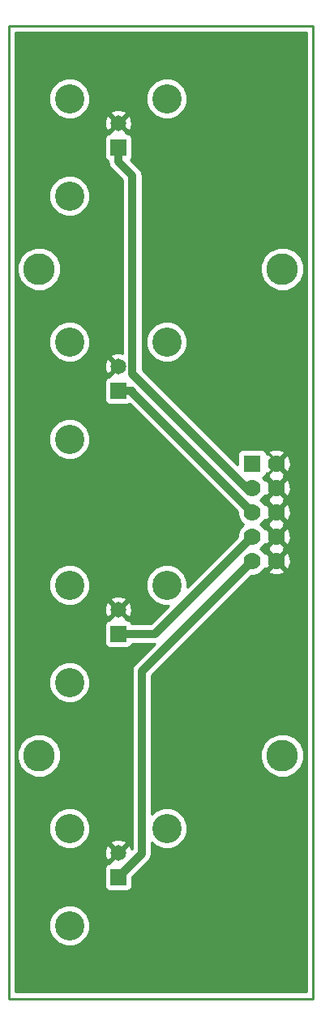
<source format=gbl>
G04 (created by PCBNEW-RS274X (20100406 SVN-R2509)-final) date Thu 17 Jun 2010 02:34:41 PM PDT*
G01*
G70*
G90*
%MOIN*%
G04 Gerber Fmt 3.4, Leading zero omitted, Abs format*
%FSLAX34Y34*%
G04 APERTURE LIST*
%ADD10C,0.001000*%
%ADD11C,0.009000*%
%ADD12C,0.120000*%
%ADD13R,0.065000X0.065000*%
%ADD14C,0.065000*%
%ADD15C,0.130000*%
%ADD16R,0.070000X0.070000*%
%ADD17C,0.070000*%
%ADD18C,0.032000*%
%ADD19C,0.010000*%
G04 APERTURE END LIST*
G54D10*
G54D11*
X62750Y-22000D02*
X50250Y-22000D01*
X62750Y-62000D02*
X62750Y-22000D01*
X50250Y-62000D02*
X62750Y-62000D01*
X50250Y-22000D02*
X50250Y-62000D01*
G54D12*
X52750Y-55000D03*
X52750Y-59000D03*
G54D13*
X54750Y-57000D03*
G54D14*
X54750Y-56000D03*
G54D12*
X56750Y-55000D03*
X52750Y-45000D03*
X52750Y-49000D03*
G54D13*
X54750Y-47000D03*
G54D14*
X54750Y-46000D03*
G54D12*
X56750Y-45000D03*
X52750Y-35000D03*
X52750Y-39000D03*
G54D13*
X54750Y-37000D03*
G54D14*
X54750Y-36000D03*
G54D12*
X56750Y-35000D03*
X52750Y-25000D03*
X52750Y-29000D03*
G54D13*
X54750Y-27000D03*
G54D14*
X54750Y-26000D03*
G54D12*
X56750Y-25000D03*
G54D15*
X51500Y-32000D03*
X61500Y-32000D03*
X51500Y-52000D03*
X61500Y-52000D03*
G54D16*
X60250Y-40000D03*
G54D17*
X61250Y-40000D03*
X60250Y-41000D03*
X61250Y-41000D03*
X60250Y-42000D03*
X61250Y-42000D03*
X60250Y-43000D03*
X61250Y-43000D03*
X60250Y-44000D03*
X61250Y-44000D03*
G54D18*
X55338Y-28176D02*
X54750Y-27588D01*
X55338Y-36305D02*
X55338Y-28176D01*
X60033Y-41000D02*
X55338Y-36305D01*
X60250Y-41000D02*
X60033Y-41000D01*
X54750Y-27000D02*
X54750Y-27588D01*
X55338Y-37088D02*
X55338Y-37000D01*
X60250Y-42000D02*
X55338Y-37088D01*
X54750Y-37000D02*
X55338Y-37000D01*
X56250Y-47000D02*
X54750Y-47000D01*
X60250Y-43000D02*
X56250Y-47000D01*
X55719Y-56031D02*
X54750Y-57000D01*
X55719Y-48531D02*
X55719Y-56031D01*
X60250Y-44000D02*
X55719Y-48531D01*
G54D19*
X50525Y-22275D02*
X62475Y-22275D01*
X50525Y-22355D02*
X62475Y-22355D01*
X50525Y-22435D02*
X62475Y-22435D01*
X50525Y-22515D02*
X62475Y-22515D01*
X50525Y-22595D02*
X62475Y-22595D01*
X50525Y-22675D02*
X62475Y-22675D01*
X50525Y-22755D02*
X62475Y-22755D01*
X50525Y-22835D02*
X62475Y-22835D01*
X50525Y-22915D02*
X62475Y-22915D01*
X50525Y-22995D02*
X62475Y-22995D01*
X50525Y-23075D02*
X62475Y-23075D01*
X50525Y-23155D02*
X62475Y-23155D01*
X50525Y-23235D02*
X62475Y-23235D01*
X50525Y-23315D02*
X62475Y-23315D01*
X50525Y-23395D02*
X62475Y-23395D01*
X50525Y-23475D02*
X62475Y-23475D01*
X50525Y-23555D02*
X62475Y-23555D01*
X50525Y-23635D02*
X62475Y-23635D01*
X50525Y-23715D02*
X62475Y-23715D01*
X50525Y-23795D02*
X62475Y-23795D01*
X50525Y-23875D02*
X62475Y-23875D01*
X50525Y-23955D02*
X62475Y-23955D01*
X50525Y-24035D02*
X62475Y-24035D01*
X50525Y-24115D02*
X62475Y-24115D01*
X50525Y-24195D02*
X52474Y-24195D01*
X53028Y-24195D02*
X56474Y-24195D01*
X57028Y-24195D02*
X62475Y-24195D01*
X50525Y-24275D02*
X52280Y-24275D01*
X53220Y-24275D02*
X56280Y-24275D01*
X57220Y-24275D02*
X62475Y-24275D01*
X50525Y-24355D02*
X52194Y-24355D01*
X53307Y-24355D02*
X56194Y-24355D01*
X57307Y-24355D02*
X62475Y-24355D01*
X50525Y-24435D02*
X52114Y-24435D01*
X53387Y-24435D02*
X56114Y-24435D01*
X57387Y-24435D02*
X62475Y-24435D01*
X50525Y-24515D02*
X52034Y-24515D01*
X53467Y-24515D02*
X56034Y-24515D01*
X57467Y-24515D02*
X62475Y-24515D01*
X50525Y-24595D02*
X51998Y-24595D01*
X53503Y-24595D02*
X55998Y-24595D01*
X57503Y-24595D02*
X62475Y-24595D01*
X50525Y-24675D02*
X51965Y-24675D01*
X53536Y-24675D02*
X55965Y-24675D01*
X57536Y-24675D02*
X62475Y-24675D01*
X50525Y-24755D02*
X51932Y-24755D01*
X53569Y-24755D02*
X55932Y-24755D01*
X57569Y-24755D02*
X62475Y-24755D01*
X50525Y-24835D02*
X51900Y-24835D01*
X53600Y-24835D02*
X55900Y-24835D01*
X57600Y-24835D02*
X62475Y-24835D01*
X50525Y-24915D02*
X51900Y-24915D01*
X53600Y-24915D02*
X55900Y-24915D01*
X57600Y-24915D02*
X62475Y-24915D01*
X50525Y-24995D02*
X51900Y-24995D01*
X53600Y-24995D02*
X55900Y-24995D01*
X57600Y-24995D02*
X62475Y-24995D01*
X50525Y-25075D02*
X51900Y-25075D01*
X53600Y-25075D02*
X55900Y-25075D01*
X57600Y-25075D02*
X62475Y-25075D01*
X50525Y-25155D02*
X51900Y-25155D01*
X53600Y-25155D02*
X55900Y-25155D01*
X57600Y-25155D02*
X62475Y-25155D01*
X50525Y-25235D02*
X51927Y-25235D01*
X53572Y-25235D02*
X55927Y-25235D01*
X57572Y-25235D02*
X62475Y-25235D01*
X50525Y-25315D02*
X51960Y-25315D01*
X53539Y-25315D02*
X55960Y-25315D01*
X57539Y-25315D02*
X62475Y-25315D01*
X50525Y-25395D02*
X51993Y-25395D01*
X53506Y-25395D02*
X55993Y-25395D01*
X57506Y-25395D02*
X62475Y-25395D01*
X50525Y-25475D02*
X52026Y-25475D01*
X53472Y-25475D02*
X54535Y-25475D01*
X54954Y-25475D02*
X56026Y-25475D01*
X57472Y-25475D02*
X62475Y-25475D01*
X50525Y-25555D02*
X52103Y-25555D01*
X53396Y-25555D02*
X54440Y-25555D01*
X55061Y-25555D02*
X56103Y-25555D01*
X57396Y-25555D02*
X62475Y-25555D01*
X50525Y-25635D02*
X52183Y-25635D01*
X53316Y-25635D02*
X54456Y-25635D01*
X55044Y-25635D02*
X56183Y-25635D01*
X57316Y-25635D02*
X62475Y-25635D01*
X50525Y-25715D02*
X52263Y-25715D01*
X53236Y-25715D02*
X54255Y-25715D01*
X54394Y-25715D02*
X54536Y-25715D01*
X54964Y-25715D02*
X55106Y-25715D01*
X55247Y-25715D02*
X56263Y-25715D01*
X57236Y-25715D02*
X62475Y-25715D01*
X50525Y-25795D02*
X52448Y-25795D01*
X53051Y-25795D02*
X54226Y-25795D01*
X54474Y-25795D02*
X54616Y-25795D01*
X54884Y-25795D02*
X55026Y-25795D01*
X55280Y-25795D02*
X56448Y-25795D01*
X57051Y-25795D02*
X62475Y-25795D01*
X50525Y-25875D02*
X54197Y-25875D01*
X54554Y-25875D02*
X54696Y-25875D01*
X54804Y-25875D02*
X54946Y-25875D01*
X55307Y-25875D02*
X62475Y-25875D01*
X50525Y-25955D02*
X54184Y-25955D01*
X54634Y-25955D02*
X54866Y-25955D01*
X55312Y-25955D02*
X62475Y-25955D01*
X50525Y-26035D02*
X54188Y-26035D01*
X54644Y-26035D02*
X54856Y-26035D01*
X55316Y-26035D02*
X62475Y-26035D01*
X50525Y-26115D02*
X54192Y-26115D01*
X54564Y-26115D02*
X54706Y-26115D01*
X54794Y-26115D02*
X54936Y-26115D01*
X55306Y-26115D02*
X62475Y-26115D01*
X50525Y-26195D02*
X54216Y-26195D01*
X54484Y-26195D02*
X54626Y-26195D01*
X54874Y-26195D02*
X55016Y-26195D01*
X55278Y-26195D02*
X62475Y-26195D01*
X50525Y-26275D02*
X54249Y-26275D01*
X54404Y-26275D02*
X54546Y-26275D01*
X54954Y-26275D02*
X55096Y-26275D01*
X55249Y-26275D02*
X62475Y-26275D01*
X50525Y-26355D02*
X54466Y-26355D01*
X55034Y-26355D02*
X62475Y-26355D01*
X50525Y-26435D02*
X54354Y-26435D01*
X55149Y-26435D02*
X62475Y-26435D01*
X50525Y-26515D02*
X54233Y-26515D01*
X55267Y-26515D02*
X62475Y-26515D01*
X50525Y-26595D02*
X54189Y-26595D01*
X55312Y-26595D02*
X62475Y-26595D01*
X50525Y-26675D02*
X54176Y-26675D01*
X55324Y-26675D02*
X62475Y-26675D01*
X50525Y-26755D02*
X54176Y-26755D01*
X55324Y-26755D02*
X62475Y-26755D01*
X50525Y-26835D02*
X54176Y-26835D01*
X55324Y-26835D02*
X62475Y-26835D01*
X50525Y-26915D02*
X54176Y-26915D01*
X55324Y-26915D02*
X62475Y-26915D01*
X50525Y-26995D02*
X54176Y-26995D01*
X55324Y-26995D02*
X62475Y-26995D01*
X50525Y-27075D02*
X54176Y-27075D01*
X55324Y-27075D02*
X62475Y-27075D01*
X50525Y-27155D02*
X54176Y-27155D01*
X55324Y-27155D02*
X62475Y-27155D01*
X50525Y-27235D02*
X54176Y-27235D01*
X55324Y-27235D02*
X62475Y-27235D01*
X50525Y-27315D02*
X54176Y-27315D01*
X55324Y-27315D02*
X62475Y-27315D01*
X50525Y-27395D02*
X54184Y-27395D01*
X55315Y-27395D02*
X62475Y-27395D01*
X50525Y-27475D02*
X54223Y-27475D01*
X55276Y-27475D02*
X62475Y-27475D01*
X50525Y-27555D02*
X54330Y-27555D01*
X55297Y-27555D02*
X62475Y-27555D01*
X50525Y-27635D02*
X54349Y-27635D01*
X55377Y-27635D02*
X62475Y-27635D01*
X50525Y-27715D02*
X54365Y-27715D01*
X55457Y-27715D02*
X62475Y-27715D01*
X50525Y-27795D02*
X54404Y-27795D01*
X55537Y-27795D02*
X62475Y-27795D01*
X50525Y-27875D02*
X54457Y-27875D01*
X55617Y-27875D02*
X62475Y-27875D01*
X50525Y-27955D02*
X54537Y-27955D01*
X55675Y-27955D02*
X62475Y-27955D01*
X50525Y-28035D02*
X54617Y-28035D01*
X55721Y-28035D02*
X62475Y-28035D01*
X50525Y-28115D02*
X54697Y-28115D01*
X55736Y-28115D02*
X62475Y-28115D01*
X50525Y-28195D02*
X52472Y-28195D01*
X53028Y-28195D02*
X54777Y-28195D01*
X55748Y-28195D02*
X62475Y-28195D01*
X50525Y-28275D02*
X52280Y-28275D01*
X53220Y-28275D02*
X54857Y-28275D01*
X55748Y-28275D02*
X62475Y-28275D01*
X50525Y-28355D02*
X52194Y-28355D01*
X53307Y-28355D02*
X54928Y-28355D01*
X55748Y-28355D02*
X62475Y-28355D01*
X50525Y-28435D02*
X52114Y-28435D01*
X53387Y-28435D02*
X54928Y-28435D01*
X55748Y-28435D02*
X62475Y-28435D01*
X50525Y-28515D02*
X52034Y-28515D01*
X53467Y-28515D02*
X54928Y-28515D01*
X55748Y-28515D02*
X62475Y-28515D01*
X50525Y-28595D02*
X51998Y-28595D01*
X53503Y-28595D02*
X54928Y-28595D01*
X55748Y-28595D02*
X62475Y-28595D01*
X50525Y-28675D02*
X51965Y-28675D01*
X53536Y-28675D02*
X54928Y-28675D01*
X55748Y-28675D02*
X62475Y-28675D01*
X50525Y-28755D02*
X51932Y-28755D01*
X53569Y-28755D02*
X54928Y-28755D01*
X55748Y-28755D02*
X62475Y-28755D01*
X50525Y-28835D02*
X51900Y-28835D01*
X53600Y-28835D02*
X54928Y-28835D01*
X55748Y-28835D02*
X62475Y-28835D01*
X50525Y-28915D02*
X51900Y-28915D01*
X53600Y-28915D02*
X54928Y-28915D01*
X55748Y-28915D02*
X62475Y-28915D01*
X50525Y-28995D02*
X51900Y-28995D01*
X53600Y-28995D02*
X54928Y-28995D01*
X55748Y-28995D02*
X62475Y-28995D01*
X50525Y-29075D02*
X51900Y-29075D01*
X53600Y-29075D02*
X54928Y-29075D01*
X55748Y-29075D02*
X62475Y-29075D01*
X50525Y-29155D02*
X51900Y-29155D01*
X53600Y-29155D02*
X54928Y-29155D01*
X55748Y-29155D02*
X62475Y-29155D01*
X50525Y-29235D02*
X51927Y-29235D01*
X53572Y-29235D02*
X54928Y-29235D01*
X55748Y-29235D02*
X62475Y-29235D01*
X50525Y-29315D02*
X51960Y-29315D01*
X53539Y-29315D02*
X54928Y-29315D01*
X55748Y-29315D02*
X62475Y-29315D01*
X50525Y-29395D02*
X51993Y-29395D01*
X53506Y-29395D02*
X54928Y-29395D01*
X55748Y-29395D02*
X62475Y-29395D01*
X50525Y-29475D02*
X52026Y-29475D01*
X53472Y-29475D02*
X54928Y-29475D01*
X55748Y-29475D02*
X62475Y-29475D01*
X50525Y-29555D02*
X52103Y-29555D01*
X53396Y-29555D02*
X54928Y-29555D01*
X55748Y-29555D02*
X62475Y-29555D01*
X50525Y-29635D02*
X52183Y-29635D01*
X53316Y-29635D02*
X54928Y-29635D01*
X55748Y-29635D02*
X62475Y-29635D01*
X50525Y-29715D02*
X52263Y-29715D01*
X53236Y-29715D02*
X54928Y-29715D01*
X55748Y-29715D02*
X62475Y-29715D01*
X50525Y-29795D02*
X52448Y-29795D01*
X53051Y-29795D02*
X54928Y-29795D01*
X55748Y-29795D02*
X62475Y-29795D01*
X50525Y-29875D02*
X54928Y-29875D01*
X55748Y-29875D02*
X62475Y-29875D01*
X50525Y-29955D02*
X54928Y-29955D01*
X55748Y-29955D02*
X62475Y-29955D01*
X50525Y-30035D02*
X54928Y-30035D01*
X55748Y-30035D02*
X62475Y-30035D01*
X50525Y-30115D02*
X54928Y-30115D01*
X55748Y-30115D02*
X62475Y-30115D01*
X50525Y-30195D02*
X54928Y-30195D01*
X55748Y-30195D02*
X62475Y-30195D01*
X50525Y-30275D02*
X54928Y-30275D01*
X55748Y-30275D02*
X62475Y-30275D01*
X50525Y-30355D02*
X54928Y-30355D01*
X55748Y-30355D02*
X62475Y-30355D01*
X50525Y-30435D02*
X54928Y-30435D01*
X55748Y-30435D02*
X62475Y-30435D01*
X50525Y-30515D02*
X54928Y-30515D01*
X55748Y-30515D02*
X62475Y-30515D01*
X50525Y-30595D02*
X54928Y-30595D01*
X55748Y-30595D02*
X62475Y-30595D01*
X50525Y-30675D02*
X54928Y-30675D01*
X55748Y-30675D02*
X62475Y-30675D01*
X50525Y-30755D02*
X54928Y-30755D01*
X55748Y-30755D02*
X62475Y-30755D01*
X50525Y-30835D02*
X54928Y-30835D01*
X55748Y-30835D02*
X62475Y-30835D01*
X50525Y-30915D02*
X54928Y-30915D01*
X55748Y-30915D02*
X62475Y-30915D01*
X50525Y-30995D02*
X54928Y-30995D01*
X55748Y-30995D02*
X62475Y-30995D01*
X50525Y-31075D02*
X54928Y-31075D01*
X55748Y-31075D02*
X62475Y-31075D01*
X50525Y-31155D02*
X51190Y-31155D01*
X51812Y-31155D02*
X54928Y-31155D01*
X55748Y-31155D02*
X61190Y-31155D01*
X61812Y-31155D02*
X62475Y-31155D01*
X50525Y-31235D02*
X50996Y-31235D01*
X52004Y-31235D02*
X54928Y-31235D01*
X55748Y-31235D02*
X60996Y-31235D01*
X62004Y-31235D02*
X62475Y-31235D01*
X50525Y-31315D02*
X50913Y-31315D01*
X52088Y-31315D02*
X54928Y-31315D01*
X55748Y-31315D02*
X60913Y-31315D01*
X62088Y-31315D02*
X62475Y-31315D01*
X50525Y-31395D02*
X50833Y-31395D01*
X52168Y-31395D02*
X54928Y-31395D01*
X55748Y-31395D02*
X60833Y-31395D01*
X62168Y-31395D02*
X62475Y-31395D01*
X50525Y-31475D02*
X50753Y-31475D01*
X52248Y-31475D02*
X54928Y-31475D01*
X55748Y-31475D02*
X60753Y-31475D01*
X62248Y-31475D02*
X62475Y-31475D01*
X50525Y-31555D02*
X50711Y-31555D01*
X52290Y-31555D02*
X54928Y-31555D01*
X55748Y-31555D02*
X60711Y-31555D01*
X62290Y-31555D02*
X62475Y-31555D01*
X50525Y-31635D02*
X50678Y-31635D01*
X52323Y-31635D02*
X54928Y-31635D01*
X55748Y-31635D02*
X60678Y-31635D01*
X62323Y-31635D02*
X62475Y-31635D01*
X50525Y-31715D02*
X50644Y-31715D01*
X52356Y-31715D02*
X54928Y-31715D01*
X55748Y-31715D02*
X60644Y-31715D01*
X62356Y-31715D02*
X62475Y-31715D01*
X50525Y-31795D02*
X50611Y-31795D01*
X52389Y-31795D02*
X54928Y-31795D01*
X55748Y-31795D02*
X60611Y-31795D01*
X62389Y-31795D02*
X62475Y-31795D01*
X50525Y-31875D02*
X50600Y-31875D01*
X52400Y-31875D02*
X54928Y-31875D01*
X55748Y-31875D02*
X60600Y-31875D01*
X62400Y-31875D02*
X62475Y-31875D01*
X50525Y-31955D02*
X50600Y-31955D01*
X52400Y-31955D02*
X54928Y-31955D01*
X55748Y-31955D02*
X60600Y-31955D01*
X62400Y-31955D02*
X62475Y-31955D01*
X50525Y-32035D02*
X50600Y-32035D01*
X52400Y-32035D02*
X54928Y-32035D01*
X55748Y-32035D02*
X60600Y-32035D01*
X62400Y-32035D02*
X62475Y-32035D01*
X50525Y-32115D02*
X50600Y-32115D01*
X52400Y-32115D02*
X54928Y-32115D01*
X55748Y-32115D02*
X60600Y-32115D01*
X62400Y-32115D02*
X62475Y-32115D01*
X50525Y-32195D02*
X50607Y-32195D01*
X52393Y-32195D02*
X54928Y-32195D01*
X55748Y-32195D02*
X60607Y-32195D01*
X62393Y-32195D02*
X62475Y-32195D01*
X50525Y-32275D02*
X50640Y-32275D01*
X52360Y-32275D02*
X54928Y-32275D01*
X55748Y-32275D02*
X60640Y-32275D01*
X62360Y-32275D02*
X62475Y-32275D01*
X50525Y-32355D02*
X50673Y-32355D01*
X52327Y-32355D02*
X54928Y-32355D01*
X55748Y-32355D02*
X60673Y-32355D01*
X62327Y-32355D02*
X62475Y-32355D01*
X50525Y-32435D02*
X50706Y-32435D01*
X52293Y-32435D02*
X54928Y-32435D01*
X55748Y-32435D02*
X60706Y-32435D01*
X62293Y-32435D02*
X62475Y-32435D01*
X50525Y-32515D02*
X50742Y-32515D01*
X52257Y-32515D02*
X54928Y-32515D01*
X55748Y-32515D02*
X60742Y-32515D01*
X62257Y-32515D02*
X62475Y-32515D01*
X50525Y-32595D02*
X50822Y-32595D01*
X52177Y-32595D02*
X54928Y-32595D01*
X55748Y-32595D02*
X60822Y-32595D01*
X62177Y-32595D02*
X62475Y-32595D01*
X50525Y-32675D02*
X50902Y-32675D01*
X52097Y-32675D02*
X54928Y-32675D01*
X55748Y-32675D02*
X60902Y-32675D01*
X62097Y-32675D02*
X62475Y-32675D01*
X50525Y-32755D02*
X50982Y-32755D01*
X52017Y-32755D02*
X54928Y-32755D01*
X55748Y-32755D02*
X60982Y-32755D01*
X62017Y-32755D02*
X62475Y-32755D01*
X50525Y-32835D02*
X51164Y-32835D01*
X51835Y-32835D02*
X54928Y-32835D01*
X55748Y-32835D02*
X61164Y-32835D01*
X61835Y-32835D02*
X62475Y-32835D01*
X50525Y-32915D02*
X54928Y-32915D01*
X55748Y-32915D02*
X62475Y-32915D01*
X50525Y-32995D02*
X54928Y-32995D01*
X55748Y-32995D02*
X62475Y-32995D01*
X50525Y-33075D02*
X54928Y-33075D01*
X55748Y-33075D02*
X62475Y-33075D01*
X50525Y-33155D02*
X54928Y-33155D01*
X55748Y-33155D02*
X62475Y-33155D01*
X50525Y-33235D02*
X54928Y-33235D01*
X55748Y-33235D02*
X62475Y-33235D01*
X50525Y-33315D02*
X54928Y-33315D01*
X55748Y-33315D02*
X62475Y-33315D01*
X50525Y-33395D02*
X54928Y-33395D01*
X55748Y-33395D02*
X62475Y-33395D01*
X50525Y-33475D02*
X54928Y-33475D01*
X55748Y-33475D02*
X62475Y-33475D01*
X50525Y-33555D02*
X54928Y-33555D01*
X55748Y-33555D02*
X62475Y-33555D01*
X50525Y-33635D02*
X54928Y-33635D01*
X55748Y-33635D02*
X62475Y-33635D01*
X50525Y-33715D02*
X54928Y-33715D01*
X55748Y-33715D02*
X62475Y-33715D01*
X50525Y-33795D02*
X54928Y-33795D01*
X55748Y-33795D02*
X62475Y-33795D01*
X50525Y-33875D02*
X54928Y-33875D01*
X55748Y-33875D02*
X62475Y-33875D01*
X50525Y-33955D02*
X54928Y-33955D01*
X55748Y-33955D02*
X62475Y-33955D01*
X50525Y-34035D02*
X54928Y-34035D01*
X55748Y-34035D02*
X62475Y-34035D01*
X50525Y-34115D02*
X54928Y-34115D01*
X55748Y-34115D02*
X62475Y-34115D01*
X50525Y-34195D02*
X52472Y-34195D01*
X53028Y-34195D02*
X54928Y-34195D01*
X55748Y-34195D02*
X56472Y-34195D01*
X57028Y-34195D02*
X62475Y-34195D01*
X50525Y-34275D02*
X52280Y-34275D01*
X53220Y-34275D02*
X54928Y-34275D01*
X55748Y-34275D02*
X56280Y-34275D01*
X57220Y-34275D02*
X62475Y-34275D01*
X50525Y-34355D02*
X52194Y-34355D01*
X53307Y-34355D02*
X54928Y-34355D01*
X55748Y-34355D02*
X56194Y-34355D01*
X57307Y-34355D02*
X62475Y-34355D01*
X50525Y-34435D02*
X52114Y-34435D01*
X53387Y-34435D02*
X54928Y-34435D01*
X55748Y-34435D02*
X56114Y-34435D01*
X57387Y-34435D02*
X62475Y-34435D01*
X50525Y-34515D02*
X52034Y-34515D01*
X53467Y-34515D02*
X54928Y-34515D01*
X55748Y-34515D02*
X56034Y-34515D01*
X57467Y-34515D02*
X62475Y-34515D01*
X50525Y-34595D02*
X51998Y-34595D01*
X53503Y-34595D02*
X54928Y-34595D01*
X55748Y-34595D02*
X55998Y-34595D01*
X57503Y-34595D02*
X62475Y-34595D01*
X50525Y-34675D02*
X51965Y-34675D01*
X53536Y-34675D02*
X54928Y-34675D01*
X55748Y-34675D02*
X55965Y-34675D01*
X57536Y-34675D02*
X62475Y-34675D01*
X50525Y-34755D02*
X51932Y-34755D01*
X53569Y-34755D02*
X54928Y-34755D01*
X55748Y-34755D02*
X55932Y-34755D01*
X57569Y-34755D02*
X62475Y-34755D01*
X50525Y-34835D02*
X51900Y-34835D01*
X53600Y-34835D02*
X54928Y-34835D01*
X55748Y-34835D02*
X55900Y-34835D01*
X57600Y-34835D02*
X62475Y-34835D01*
X50525Y-34915D02*
X51900Y-34915D01*
X53600Y-34915D02*
X54928Y-34915D01*
X55748Y-34915D02*
X55900Y-34915D01*
X57600Y-34915D02*
X62475Y-34915D01*
X50525Y-34995D02*
X51900Y-34995D01*
X53600Y-34995D02*
X54928Y-34995D01*
X55748Y-34995D02*
X55900Y-34995D01*
X57600Y-34995D02*
X62475Y-34995D01*
X50525Y-35075D02*
X51900Y-35075D01*
X53600Y-35075D02*
X54928Y-35075D01*
X55748Y-35075D02*
X55900Y-35075D01*
X57600Y-35075D02*
X62475Y-35075D01*
X50525Y-35155D02*
X51900Y-35155D01*
X53600Y-35155D02*
X54928Y-35155D01*
X55748Y-35155D02*
X55900Y-35155D01*
X57600Y-35155D02*
X62475Y-35155D01*
X50525Y-35235D02*
X51927Y-35235D01*
X53572Y-35235D02*
X54928Y-35235D01*
X55748Y-35235D02*
X55927Y-35235D01*
X57572Y-35235D02*
X62475Y-35235D01*
X50525Y-35315D02*
X51960Y-35315D01*
X53539Y-35315D02*
X54928Y-35315D01*
X55748Y-35315D02*
X55960Y-35315D01*
X57539Y-35315D02*
X62475Y-35315D01*
X50525Y-35395D02*
X51993Y-35395D01*
X53506Y-35395D02*
X54928Y-35395D01*
X55748Y-35395D02*
X55993Y-35395D01*
X57506Y-35395D02*
X62475Y-35395D01*
X50525Y-35475D02*
X52026Y-35475D01*
X53472Y-35475D02*
X54535Y-35475D01*
X55748Y-35475D02*
X56026Y-35475D01*
X57472Y-35475D02*
X62475Y-35475D01*
X50525Y-35555D02*
X52103Y-35555D01*
X53396Y-35555D02*
X54440Y-35555D01*
X55748Y-35555D02*
X56103Y-35555D01*
X57396Y-35555D02*
X62475Y-35555D01*
X50525Y-35635D02*
X52183Y-35635D01*
X53316Y-35635D02*
X54456Y-35635D01*
X55748Y-35635D02*
X56183Y-35635D01*
X57316Y-35635D02*
X62475Y-35635D01*
X50525Y-35715D02*
X52263Y-35715D01*
X53236Y-35715D02*
X54255Y-35715D01*
X54394Y-35715D02*
X54536Y-35715D01*
X55748Y-35715D02*
X56263Y-35715D01*
X57236Y-35715D02*
X62475Y-35715D01*
X50525Y-35795D02*
X52448Y-35795D01*
X53051Y-35795D02*
X54226Y-35795D01*
X54474Y-35795D02*
X54616Y-35795D01*
X55748Y-35795D02*
X56448Y-35795D01*
X57051Y-35795D02*
X62475Y-35795D01*
X50525Y-35875D02*
X54197Y-35875D01*
X54554Y-35875D02*
X54696Y-35875D01*
X55748Y-35875D02*
X62475Y-35875D01*
X50525Y-35955D02*
X54184Y-35955D01*
X54634Y-35955D02*
X54776Y-35955D01*
X55748Y-35955D02*
X62475Y-35955D01*
X50525Y-36035D02*
X54188Y-36035D01*
X54644Y-36035D02*
X54786Y-36035D01*
X55748Y-36035D02*
X62475Y-36035D01*
X50525Y-36115D02*
X54192Y-36115D01*
X54564Y-36115D02*
X54706Y-36115D01*
X55748Y-36115D02*
X62475Y-36115D01*
X50525Y-36195D02*
X54216Y-36195D01*
X54484Y-36195D02*
X54626Y-36195D01*
X55808Y-36195D02*
X62475Y-36195D01*
X50525Y-36275D02*
X54249Y-36275D01*
X54404Y-36275D02*
X54546Y-36275D01*
X55888Y-36275D02*
X62475Y-36275D01*
X50525Y-36355D02*
X54466Y-36355D01*
X55968Y-36355D02*
X62475Y-36355D01*
X50525Y-36435D02*
X54354Y-36435D01*
X56048Y-36435D02*
X62475Y-36435D01*
X50525Y-36515D02*
X54233Y-36515D01*
X56128Y-36515D02*
X62475Y-36515D01*
X50525Y-36595D02*
X54189Y-36595D01*
X56208Y-36595D02*
X62475Y-36595D01*
X50525Y-36675D02*
X54176Y-36675D01*
X56288Y-36675D02*
X62475Y-36675D01*
X50525Y-36755D02*
X54176Y-36755D01*
X56368Y-36755D02*
X62475Y-36755D01*
X50525Y-36835D02*
X54176Y-36835D01*
X56448Y-36835D02*
X62475Y-36835D01*
X50525Y-36915D02*
X54176Y-36915D01*
X56528Y-36915D02*
X62475Y-36915D01*
X50525Y-36995D02*
X54176Y-36995D01*
X56608Y-36995D02*
X62475Y-36995D01*
X50525Y-37075D02*
X54176Y-37075D01*
X56688Y-37075D02*
X62475Y-37075D01*
X50525Y-37155D02*
X54176Y-37155D01*
X56768Y-37155D02*
X62475Y-37155D01*
X50525Y-37235D02*
X54176Y-37235D01*
X56848Y-37235D02*
X62475Y-37235D01*
X50525Y-37315D02*
X54176Y-37315D01*
X56928Y-37315D02*
X62475Y-37315D01*
X50525Y-37395D02*
X54184Y-37395D01*
X57008Y-37395D02*
X62475Y-37395D01*
X50525Y-37475D02*
X54223Y-37475D01*
X57088Y-37475D02*
X62475Y-37475D01*
X50525Y-37555D02*
X54329Y-37555D01*
X55168Y-37555D02*
X55225Y-37555D01*
X57168Y-37555D02*
X62475Y-37555D01*
X50525Y-37635D02*
X55305Y-37635D01*
X57248Y-37635D02*
X62475Y-37635D01*
X50525Y-37715D02*
X55385Y-37715D01*
X57328Y-37715D02*
X62475Y-37715D01*
X50525Y-37795D02*
X55465Y-37795D01*
X57408Y-37795D02*
X62475Y-37795D01*
X50525Y-37875D02*
X55545Y-37875D01*
X57488Y-37875D02*
X62475Y-37875D01*
X50525Y-37955D02*
X55625Y-37955D01*
X57568Y-37955D02*
X62475Y-37955D01*
X50525Y-38035D02*
X55705Y-38035D01*
X57648Y-38035D02*
X62475Y-38035D01*
X50525Y-38115D02*
X55785Y-38115D01*
X57728Y-38115D02*
X62475Y-38115D01*
X50525Y-38195D02*
X52472Y-38195D01*
X53028Y-38195D02*
X55865Y-38195D01*
X57808Y-38195D02*
X62475Y-38195D01*
X50525Y-38275D02*
X52280Y-38275D01*
X53220Y-38275D02*
X55945Y-38275D01*
X57888Y-38275D02*
X62475Y-38275D01*
X50525Y-38355D02*
X52194Y-38355D01*
X53307Y-38355D02*
X56025Y-38355D01*
X57968Y-38355D02*
X62475Y-38355D01*
X50525Y-38435D02*
X52114Y-38435D01*
X53387Y-38435D02*
X56105Y-38435D01*
X58048Y-38435D02*
X62475Y-38435D01*
X50525Y-38515D02*
X52034Y-38515D01*
X53467Y-38515D02*
X56185Y-38515D01*
X58128Y-38515D02*
X62475Y-38515D01*
X50525Y-38595D02*
X51998Y-38595D01*
X53503Y-38595D02*
X56265Y-38595D01*
X58208Y-38595D02*
X62475Y-38595D01*
X50525Y-38675D02*
X51965Y-38675D01*
X53536Y-38675D02*
X56345Y-38675D01*
X58288Y-38675D02*
X62475Y-38675D01*
X50525Y-38755D02*
X51932Y-38755D01*
X53569Y-38755D02*
X56425Y-38755D01*
X58368Y-38755D02*
X62475Y-38755D01*
X50525Y-38835D02*
X51900Y-38835D01*
X53600Y-38835D02*
X56505Y-38835D01*
X58448Y-38835D02*
X62475Y-38835D01*
X50525Y-38915D02*
X51900Y-38915D01*
X53600Y-38915D02*
X56585Y-38915D01*
X58528Y-38915D02*
X62475Y-38915D01*
X50525Y-38995D02*
X51900Y-38995D01*
X53600Y-38995D02*
X56665Y-38995D01*
X58608Y-38995D02*
X62475Y-38995D01*
X50525Y-39075D02*
X51900Y-39075D01*
X53600Y-39075D02*
X56745Y-39075D01*
X58688Y-39075D02*
X62475Y-39075D01*
X50525Y-39155D02*
X51900Y-39155D01*
X53600Y-39155D02*
X56825Y-39155D01*
X58768Y-39155D02*
X62475Y-39155D01*
X50525Y-39235D02*
X51927Y-39235D01*
X53572Y-39235D02*
X56905Y-39235D01*
X58848Y-39235D02*
X62475Y-39235D01*
X50525Y-39315D02*
X51960Y-39315D01*
X53539Y-39315D02*
X56985Y-39315D01*
X58928Y-39315D02*
X62475Y-39315D01*
X50525Y-39395D02*
X51993Y-39395D01*
X53506Y-39395D02*
X57065Y-39395D01*
X59008Y-39395D02*
X62475Y-39395D01*
X50525Y-39475D02*
X52026Y-39475D01*
X53472Y-39475D02*
X57145Y-39475D01*
X59088Y-39475D02*
X59723Y-39475D01*
X60777Y-39475D02*
X60969Y-39475D01*
X61528Y-39475D02*
X62475Y-39475D01*
X50525Y-39555D02*
X52103Y-39555D01*
X53396Y-39555D02*
X57225Y-39555D01*
X59168Y-39555D02*
X59670Y-39555D01*
X60830Y-39555D02*
X60918Y-39555D01*
X61583Y-39555D02*
X62475Y-39555D01*
X50525Y-39635D02*
X52183Y-39635D01*
X53316Y-39635D02*
X57305Y-39635D01*
X59248Y-39635D02*
X59651Y-39635D01*
X60956Y-39635D02*
X60956Y-39635D01*
X61543Y-39635D02*
X62475Y-39635D01*
X50525Y-39715D02*
X52263Y-39715D01*
X53236Y-39715D02*
X57385Y-39715D01*
X59328Y-39715D02*
X59651Y-39715D01*
X61036Y-39715D02*
X61036Y-39715D01*
X61463Y-39715D02*
X61606Y-39715D01*
X61774Y-39715D02*
X62475Y-39715D01*
X50525Y-39795D02*
X52448Y-39795D01*
X53051Y-39795D02*
X57465Y-39795D01*
X59408Y-39795D02*
X59651Y-39795D01*
X61116Y-39795D02*
X61116Y-39795D01*
X61382Y-39795D02*
X61526Y-39795D01*
X61807Y-39795D02*
X62475Y-39795D01*
X50525Y-39875D02*
X57545Y-39875D01*
X59488Y-39875D02*
X59651Y-39875D01*
X61196Y-39875D02*
X61196Y-39875D01*
X61302Y-39875D02*
X61446Y-39875D01*
X61833Y-39875D02*
X62475Y-39875D01*
X50525Y-39955D02*
X57625Y-39955D01*
X59568Y-39955D02*
X59651Y-39955D01*
X61222Y-39955D02*
X61366Y-39955D01*
X61837Y-39955D02*
X62475Y-39955D01*
X50525Y-40035D02*
X57705Y-40035D01*
X59648Y-40035D02*
X59651Y-40035D01*
X61214Y-40035D02*
X61356Y-40035D01*
X61841Y-40035D02*
X62475Y-40035D01*
X50525Y-40115D02*
X57785Y-40115D01*
X61205Y-40115D02*
X61206Y-40115D01*
X61294Y-40115D02*
X61436Y-40115D01*
X61834Y-40115D02*
X62475Y-40115D01*
X50525Y-40195D02*
X57865Y-40195D01*
X61125Y-40195D02*
X61126Y-40195D01*
X61374Y-40195D02*
X61516Y-40195D01*
X61805Y-40195D02*
X62475Y-40195D01*
X50525Y-40275D02*
X57945Y-40275D01*
X61045Y-40275D02*
X61046Y-40275D01*
X61454Y-40275D02*
X61596Y-40275D01*
X61775Y-40275D02*
X62475Y-40275D01*
X50525Y-40355D02*
X58025Y-40355D01*
X60965Y-40355D02*
X60966Y-40355D01*
X61534Y-40355D02*
X62475Y-40355D01*
X50525Y-40435D02*
X58105Y-40435D01*
X60834Y-40435D02*
X60913Y-40435D01*
X61585Y-40435D02*
X62475Y-40435D01*
X50525Y-40515D02*
X58185Y-40515D01*
X60787Y-40515D02*
X60931Y-40515D01*
X61570Y-40515D02*
X62475Y-40515D01*
X50525Y-40595D02*
X58265Y-40595D01*
X60692Y-40595D02*
X60916Y-40595D01*
X61584Y-40595D02*
X62475Y-40595D01*
X50525Y-40675D02*
X58345Y-40675D01*
X60764Y-40675D02*
X60781Y-40675D01*
X60854Y-40675D02*
X60996Y-40675D01*
X61504Y-40675D02*
X61646Y-40675D01*
X61718Y-40675D02*
X62475Y-40675D01*
X50525Y-40755D02*
X58425Y-40755D01*
X60934Y-40755D02*
X61076Y-40755D01*
X61424Y-40755D02*
X61566Y-40755D01*
X61791Y-40755D02*
X62475Y-40755D01*
X50525Y-40835D02*
X58505Y-40835D01*
X61014Y-40835D02*
X61156Y-40835D01*
X61344Y-40835D02*
X61486Y-40835D01*
X61824Y-40835D02*
X62475Y-40835D01*
X50525Y-40915D02*
X58585Y-40915D01*
X61094Y-40915D02*
X61236Y-40915D01*
X61264Y-40915D02*
X61406Y-40915D01*
X61835Y-40915D02*
X62475Y-40915D01*
X50525Y-40995D02*
X58665Y-40995D01*
X61174Y-40995D02*
X61326Y-40995D01*
X61839Y-40995D02*
X62475Y-40995D01*
X50525Y-41075D02*
X58745Y-41075D01*
X61104Y-41075D02*
X61246Y-41075D01*
X61254Y-41075D02*
X61396Y-41075D01*
X61843Y-41075D02*
X62475Y-41075D01*
X50525Y-41155D02*
X58825Y-41155D01*
X61024Y-41155D02*
X61166Y-41155D01*
X61334Y-41155D02*
X61476Y-41155D01*
X61819Y-41155D02*
X62475Y-41155D01*
X50525Y-41235D02*
X58905Y-41235D01*
X60944Y-41235D02*
X61086Y-41235D01*
X61414Y-41235D02*
X61556Y-41235D01*
X61790Y-41235D02*
X62475Y-41235D01*
X50525Y-41315D02*
X58985Y-41315D01*
X60864Y-41315D02*
X61006Y-41315D01*
X61494Y-41315D02*
X61636Y-41315D01*
X61748Y-41315D02*
X62475Y-41315D01*
X50525Y-41395D02*
X59065Y-41395D01*
X60701Y-41395D02*
X60926Y-41395D01*
X61574Y-41395D02*
X62475Y-41395D01*
X50525Y-41475D02*
X59145Y-41475D01*
X60620Y-41475D02*
X60926Y-41475D01*
X61572Y-41475D02*
X62475Y-41475D01*
X50525Y-41555D02*
X59225Y-41555D01*
X60652Y-41555D02*
X60918Y-41555D01*
X61583Y-41555D02*
X62475Y-41555D01*
X50525Y-41635D02*
X59305Y-41635D01*
X60732Y-41635D02*
X60956Y-41635D01*
X61544Y-41635D02*
X62475Y-41635D01*
X50525Y-41715D02*
X59385Y-41715D01*
X60894Y-41715D02*
X61036Y-41715D01*
X61464Y-41715D02*
X61606Y-41715D01*
X61774Y-41715D02*
X62475Y-41715D01*
X50525Y-41795D02*
X59465Y-41795D01*
X60974Y-41795D02*
X61116Y-41795D01*
X61384Y-41795D02*
X61526Y-41795D01*
X61807Y-41795D02*
X62475Y-41795D01*
X50525Y-41875D02*
X59545Y-41875D01*
X61054Y-41875D02*
X61196Y-41875D01*
X61304Y-41875D02*
X61446Y-41875D01*
X61833Y-41875D02*
X62475Y-41875D01*
X50525Y-41955D02*
X59625Y-41955D01*
X61134Y-41955D02*
X61366Y-41955D01*
X61837Y-41955D02*
X62475Y-41955D01*
X50525Y-42035D02*
X59651Y-42035D01*
X61144Y-42035D02*
X61356Y-42035D01*
X61841Y-42035D02*
X62475Y-42035D01*
X50525Y-42115D02*
X59651Y-42115D01*
X61064Y-42115D02*
X61206Y-42115D01*
X61294Y-42115D02*
X61436Y-42115D01*
X61834Y-42115D02*
X62475Y-42115D01*
X50525Y-42195D02*
X59682Y-42195D01*
X60984Y-42195D02*
X61126Y-42195D01*
X61374Y-42195D02*
X61516Y-42195D01*
X61805Y-42195D02*
X62475Y-42195D01*
X50525Y-42275D02*
X59715Y-42275D01*
X60904Y-42275D02*
X61046Y-42275D01*
X61454Y-42275D02*
X61596Y-42275D01*
X61775Y-42275D02*
X62475Y-42275D01*
X50525Y-42355D02*
X59758Y-42355D01*
X60741Y-42355D02*
X60966Y-42355D01*
X61534Y-42355D02*
X62475Y-42355D01*
X50525Y-42435D02*
X59838Y-42435D01*
X60660Y-42435D02*
X60913Y-42435D01*
X61585Y-42435D02*
X62475Y-42435D01*
X50525Y-42515D02*
X59887Y-42515D01*
X60612Y-42515D02*
X60930Y-42515D01*
X61570Y-42515D02*
X62475Y-42515D01*
X50525Y-42595D02*
X59808Y-42595D01*
X60692Y-42595D02*
X60916Y-42595D01*
X61584Y-42595D02*
X62475Y-42595D01*
X50525Y-42675D02*
X59737Y-42675D01*
X60764Y-42675D02*
X60781Y-42675D01*
X60854Y-42675D02*
X60996Y-42675D01*
X61504Y-42675D02*
X61646Y-42675D01*
X61718Y-42675D02*
X62475Y-42675D01*
X50525Y-42755D02*
X59704Y-42755D01*
X60934Y-42755D02*
X61076Y-42755D01*
X61424Y-42755D02*
X61566Y-42755D01*
X61791Y-42755D02*
X62475Y-42755D01*
X50525Y-42835D02*
X59671Y-42835D01*
X61014Y-42835D02*
X61156Y-42835D01*
X61344Y-42835D02*
X61486Y-42835D01*
X61824Y-42835D02*
X62475Y-42835D01*
X50525Y-42915D02*
X59651Y-42915D01*
X61094Y-42915D02*
X61236Y-42915D01*
X61264Y-42915D02*
X61406Y-42915D01*
X61835Y-42915D02*
X62475Y-42915D01*
X50525Y-42995D02*
X59651Y-42995D01*
X61174Y-42995D02*
X61326Y-42995D01*
X61839Y-42995D02*
X62475Y-42995D01*
X50525Y-43075D02*
X59595Y-43075D01*
X61104Y-43075D02*
X61246Y-43075D01*
X61254Y-43075D02*
X61396Y-43075D01*
X61843Y-43075D02*
X62475Y-43075D01*
X50525Y-43155D02*
X59515Y-43155D01*
X61024Y-43155D02*
X61166Y-43155D01*
X61334Y-43155D02*
X61476Y-43155D01*
X61819Y-43155D02*
X62475Y-43155D01*
X50525Y-43235D02*
X59435Y-43235D01*
X60944Y-43235D02*
X61086Y-43235D01*
X61414Y-43235D02*
X61556Y-43235D01*
X61790Y-43235D02*
X62475Y-43235D01*
X50525Y-43315D02*
X59355Y-43315D01*
X60864Y-43315D02*
X61006Y-43315D01*
X61494Y-43315D02*
X61636Y-43315D01*
X61748Y-43315D02*
X62475Y-43315D01*
X50525Y-43395D02*
X59275Y-43395D01*
X60701Y-43395D02*
X60926Y-43395D01*
X61574Y-43395D02*
X62475Y-43395D01*
X50525Y-43475D02*
X59195Y-43475D01*
X60620Y-43475D02*
X60927Y-43475D01*
X61572Y-43475D02*
X62475Y-43475D01*
X50525Y-43555D02*
X59115Y-43555D01*
X60652Y-43555D02*
X60917Y-43555D01*
X61583Y-43555D02*
X62475Y-43555D01*
X50525Y-43635D02*
X59035Y-43635D01*
X60732Y-43635D02*
X60956Y-43635D01*
X61544Y-43635D02*
X62475Y-43635D01*
X50525Y-43715D02*
X58955Y-43715D01*
X60894Y-43715D02*
X61036Y-43715D01*
X61464Y-43715D02*
X61606Y-43715D01*
X61774Y-43715D02*
X62475Y-43715D01*
X50525Y-43795D02*
X58875Y-43795D01*
X60974Y-43795D02*
X61116Y-43795D01*
X61384Y-43795D02*
X61526Y-43795D01*
X61807Y-43795D02*
X62475Y-43795D01*
X50525Y-43875D02*
X58795Y-43875D01*
X61054Y-43875D02*
X61196Y-43875D01*
X61304Y-43875D02*
X61446Y-43875D01*
X61833Y-43875D02*
X62475Y-43875D01*
X50525Y-43955D02*
X58715Y-43955D01*
X61134Y-43955D02*
X61366Y-43955D01*
X61837Y-43955D02*
X62475Y-43955D01*
X50525Y-44035D02*
X58635Y-44035D01*
X61144Y-44035D02*
X61356Y-44035D01*
X61841Y-44035D02*
X62475Y-44035D01*
X50525Y-44115D02*
X58555Y-44115D01*
X61064Y-44115D02*
X61206Y-44115D01*
X61294Y-44115D02*
X61436Y-44115D01*
X61834Y-44115D02*
X62475Y-44115D01*
X50525Y-44195D02*
X52472Y-44195D01*
X53028Y-44195D02*
X56474Y-44195D01*
X57028Y-44195D02*
X58475Y-44195D01*
X60984Y-44195D02*
X61126Y-44195D01*
X61374Y-44195D02*
X61516Y-44195D01*
X61805Y-44195D02*
X62475Y-44195D01*
X50525Y-44275D02*
X52280Y-44275D01*
X53220Y-44275D02*
X56280Y-44275D01*
X57220Y-44275D02*
X58395Y-44275D01*
X60904Y-44275D02*
X61046Y-44275D01*
X61454Y-44275D02*
X61596Y-44275D01*
X61775Y-44275D02*
X62475Y-44275D01*
X50525Y-44355D02*
X52194Y-44355D01*
X53307Y-44355D02*
X56194Y-44355D01*
X57307Y-44355D02*
X58315Y-44355D01*
X60742Y-44355D02*
X60966Y-44355D01*
X61534Y-44355D02*
X62475Y-44355D01*
X50525Y-44435D02*
X52114Y-44435D01*
X53387Y-44435D02*
X56114Y-44435D01*
X57387Y-44435D02*
X58235Y-44435D01*
X60662Y-44435D02*
X60914Y-44435D01*
X61586Y-44435D02*
X62475Y-44435D01*
X50525Y-44515D02*
X52034Y-44515D01*
X53467Y-44515D02*
X56034Y-44515D01*
X57467Y-44515D02*
X58155Y-44515D01*
X60572Y-44515D02*
X60945Y-44515D01*
X61555Y-44515D02*
X62475Y-44515D01*
X50525Y-44595D02*
X51998Y-44595D01*
X53503Y-44595D02*
X55998Y-44595D01*
X57503Y-44595D02*
X58075Y-44595D01*
X60378Y-44595D02*
X62475Y-44595D01*
X50525Y-44675D02*
X51965Y-44675D01*
X53536Y-44675D02*
X55965Y-44675D01*
X57536Y-44675D02*
X57995Y-44675D01*
X60154Y-44675D02*
X62475Y-44675D01*
X50525Y-44755D02*
X51932Y-44755D01*
X53569Y-44755D02*
X55932Y-44755D01*
X57569Y-44755D02*
X57915Y-44755D01*
X60074Y-44755D02*
X62475Y-44755D01*
X50525Y-44835D02*
X51900Y-44835D01*
X53600Y-44835D02*
X55900Y-44835D01*
X57600Y-44835D02*
X57835Y-44835D01*
X59994Y-44835D02*
X62475Y-44835D01*
X50525Y-44915D02*
X51900Y-44915D01*
X53600Y-44915D02*
X55900Y-44915D01*
X57600Y-44915D02*
X57755Y-44915D01*
X59914Y-44915D02*
X62475Y-44915D01*
X50525Y-44995D02*
X51900Y-44995D01*
X53600Y-44995D02*
X55900Y-44995D01*
X57600Y-44995D02*
X57675Y-44995D01*
X59834Y-44995D02*
X62475Y-44995D01*
X50525Y-45075D02*
X51900Y-45075D01*
X53600Y-45075D02*
X55900Y-45075D01*
X59754Y-45075D02*
X62475Y-45075D01*
X50525Y-45155D02*
X51900Y-45155D01*
X53600Y-45155D02*
X55900Y-45155D01*
X59674Y-45155D02*
X62475Y-45155D01*
X50525Y-45235D02*
X51927Y-45235D01*
X53572Y-45235D02*
X55927Y-45235D01*
X59594Y-45235D02*
X62475Y-45235D01*
X50525Y-45315D02*
X51960Y-45315D01*
X53539Y-45315D02*
X55960Y-45315D01*
X59514Y-45315D02*
X62475Y-45315D01*
X50525Y-45395D02*
X51993Y-45395D01*
X53506Y-45395D02*
X55993Y-45395D01*
X59434Y-45395D02*
X62475Y-45395D01*
X50525Y-45475D02*
X52026Y-45475D01*
X53472Y-45475D02*
X54535Y-45475D01*
X54954Y-45475D02*
X56026Y-45475D01*
X59354Y-45475D02*
X62475Y-45475D01*
X50525Y-45555D02*
X52103Y-45555D01*
X53396Y-45555D02*
X54440Y-45555D01*
X55061Y-45555D02*
X56103Y-45555D01*
X59274Y-45555D02*
X62475Y-45555D01*
X50525Y-45635D02*
X52183Y-45635D01*
X53316Y-45635D02*
X54456Y-45635D01*
X55044Y-45635D02*
X56183Y-45635D01*
X59194Y-45635D02*
X62475Y-45635D01*
X50525Y-45715D02*
X52263Y-45715D01*
X53236Y-45715D02*
X54255Y-45715D01*
X54394Y-45715D02*
X54536Y-45715D01*
X54964Y-45715D02*
X55106Y-45715D01*
X55247Y-45715D02*
X56263Y-45715D01*
X59114Y-45715D02*
X62475Y-45715D01*
X50525Y-45795D02*
X52448Y-45795D01*
X53051Y-45795D02*
X54226Y-45795D01*
X54474Y-45795D02*
X54616Y-45795D01*
X54884Y-45795D02*
X55026Y-45795D01*
X55280Y-45795D02*
X56448Y-45795D01*
X59034Y-45795D02*
X62475Y-45795D01*
X50525Y-45875D02*
X54197Y-45875D01*
X54554Y-45875D02*
X54696Y-45875D01*
X54804Y-45875D02*
X54946Y-45875D01*
X55307Y-45875D02*
X56793Y-45875D01*
X58954Y-45875D02*
X62475Y-45875D01*
X50525Y-45955D02*
X54184Y-45955D01*
X54634Y-45955D02*
X54866Y-45955D01*
X55312Y-45955D02*
X56713Y-45955D01*
X58874Y-45955D02*
X62475Y-45955D01*
X50525Y-46035D02*
X54188Y-46035D01*
X54644Y-46035D02*
X54856Y-46035D01*
X55316Y-46035D02*
X56633Y-46035D01*
X58794Y-46035D02*
X62475Y-46035D01*
X50525Y-46115D02*
X54192Y-46115D01*
X54564Y-46115D02*
X54706Y-46115D01*
X54794Y-46115D02*
X54936Y-46115D01*
X55306Y-46115D02*
X56553Y-46115D01*
X58714Y-46115D02*
X62475Y-46115D01*
X50525Y-46195D02*
X54216Y-46195D01*
X54484Y-46195D02*
X54626Y-46195D01*
X54874Y-46195D02*
X55016Y-46195D01*
X55278Y-46195D02*
X56473Y-46195D01*
X58634Y-46195D02*
X62475Y-46195D01*
X50525Y-46275D02*
X54249Y-46275D01*
X54404Y-46275D02*
X54546Y-46275D01*
X54954Y-46275D02*
X55096Y-46275D01*
X55249Y-46275D02*
X56393Y-46275D01*
X58554Y-46275D02*
X62475Y-46275D01*
X50525Y-46355D02*
X54466Y-46355D01*
X55034Y-46355D02*
X56313Y-46355D01*
X58474Y-46355D02*
X62475Y-46355D01*
X50525Y-46435D02*
X54354Y-46435D01*
X55149Y-46435D02*
X56233Y-46435D01*
X58394Y-46435D02*
X62475Y-46435D01*
X50525Y-46515D02*
X54233Y-46515D01*
X55267Y-46515D02*
X56153Y-46515D01*
X58314Y-46515D02*
X62475Y-46515D01*
X50525Y-46595D02*
X54189Y-46595D01*
X58234Y-46595D02*
X62475Y-46595D01*
X50525Y-46675D02*
X54176Y-46675D01*
X58154Y-46675D02*
X62475Y-46675D01*
X50525Y-46755D02*
X54176Y-46755D01*
X58074Y-46755D02*
X62475Y-46755D01*
X50525Y-46835D02*
X54176Y-46835D01*
X57994Y-46835D02*
X62475Y-46835D01*
X50525Y-46915D02*
X54176Y-46915D01*
X57914Y-46915D02*
X62475Y-46915D01*
X50525Y-46995D02*
X54176Y-46995D01*
X57834Y-46995D02*
X62475Y-46995D01*
X50525Y-47075D02*
X54176Y-47075D01*
X57754Y-47075D02*
X62475Y-47075D01*
X50525Y-47155D02*
X54176Y-47155D01*
X57674Y-47155D02*
X62475Y-47155D01*
X50525Y-47235D02*
X54176Y-47235D01*
X57594Y-47235D02*
X62475Y-47235D01*
X50525Y-47315D02*
X54176Y-47315D01*
X57514Y-47315D02*
X62475Y-47315D01*
X50525Y-47395D02*
X54184Y-47395D01*
X57434Y-47395D02*
X62475Y-47395D01*
X50525Y-47475D02*
X54223Y-47475D01*
X55277Y-47475D02*
X56195Y-47475D01*
X57354Y-47475D02*
X62475Y-47475D01*
X50525Y-47555D02*
X54329Y-47555D01*
X55170Y-47555D02*
X56115Y-47555D01*
X57274Y-47555D02*
X62475Y-47555D01*
X50525Y-47635D02*
X56035Y-47635D01*
X57194Y-47635D02*
X62475Y-47635D01*
X50525Y-47715D02*
X55955Y-47715D01*
X57114Y-47715D02*
X62475Y-47715D01*
X50525Y-47795D02*
X55875Y-47795D01*
X57034Y-47795D02*
X62475Y-47795D01*
X50525Y-47875D02*
X55795Y-47875D01*
X56954Y-47875D02*
X62475Y-47875D01*
X50525Y-47955D02*
X55715Y-47955D01*
X56874Y-47955D02*
X62475Y-47955D01*
X50525Y-48035D02*
X55635Y-48035D01*
X56794Y-48035D02*
X62475Y-48035D01*
X50525Y-48115D02*
X55555Y-48115D01*
X56714Y-48115D02*
X62475Y-48115D01*
X50525Y-48195D02*
X52472Y-48195D01*
X53028Y-48195D02*
X55475Y-48195D01*
X56634Y-48195D02*
X62475Y-48195D01*
X50525Y-48275D02*
X52280Y-48275D01*
X53220Y-48275D02*
X55407Y-48275D01*
X56554Y-48275D02*
X62475Y-48275D01*
X50525Y-48355D02*
X52194Y-48355D01*
X53307Y-48355D02*
X55353Y-48355D01*
X56474Y-48355D02*
X62475Y-48355D01*
X50525Y-48435D02*
X52114Y-48435D01*
X53387Y-48435D02*
X55328Y-48435D01*
X56394Y-48435D02*
X62475Y-48435D01*
X50525Y-48515D02*
X52034Y-48515D01*
X53467Y-48515D02*
X55313Y-48515D01*
X56314Y-48515D02*
X62475Y-48515D01*
X50525Y-48595D02*
X51998Y-48595D01*
X53503Y-48595D02*
X55309Y-48595D01*
X56234Y-48595D02*
X62475Y-48595D01*
X50525Y-48675D02*
X51965Y-48675D01*
X53536Y-48675D02*
X55309Y-48675D01*
X56154Y-48675D02*
X62475Y-48675D01*
X50525Y-48755D02*
X51932Y-48755D01*
X53569Y-48755D02*
X55309Y-48755D01*
X56129Y-48755D02*
X62475Y-48755D01*
X50525Y-48835D02*
X51900Y-48835D01*
X53600Y-48835D02*
X55309Y-48835D01*
X56129Y-48835D02*
X62475Y-48835D01*
X50525Y-48915D02*
X51900Y-48915D01*
X53600Y-48915D02*
X55309Y-48915D01*
X56129Y-48915D02*
X62475Y-48915D01*
X50525Y-48995D02*
X51900Y-48995D01*
X53600Y-48995D02*
X55309Y-48995D01*
X56129Y-48995D02*
X62475Y-48995D01*
X50525Y-49075D02*
X51900Y-49075D01*
X53600Y-49075D02*
X55309Y-49075D01*
X56129Y-49075D02*
X62475Y-49075D01*
X50525Y-49155D02*
X51900Y-49155D01*
X53600Y-49155D02*
X55309Y-49155D01*
X56129Y-49155D02*
X62475Y-49155D01*
X50525Y-49235D02*
X51927Y-49235D01*
X53572Y-49235D02*
X55309Y-49235D01*
X56129Y-49235D02*
X62475Y-49235D01*
X50525Y-49315D02*
X51960Y-49315D01*
X53539Y-49315D02*
X55309Y-49315D01*
X56129Y-49315D02*
X62475Y-49315D01*
X50525Y-49395D02*
X51993Y-49395D01*
X53506Y-49395D02*
X55309Y-49395D01*
X56129Y-49395D02*
X62475Y-49395D01*
X50525Y-49475D02*
X52026Y-49475D01*
X53472Y-49475D02*
X55309Y-49475D01*
X56129Y-49475D02*
X62475Y-49475D01*
X50525Y-49555D02*
X52103Y-49555D01*
X53396Y-49555D02*
X55309Y-49555D01*
X56129Y-49555D02*
X62475Y-49555D01*
X50525Y-49635D02*
X52183Y-49635D01*
X53316Y-49635D02*
X55309Y-49635D01*
X56129Y-49635D02*
X62475Y-49635D01*
X50525Y-49715D02*
X52263Y-49715D01*
X53236Y-49715D02*
X55309Y-49715D01*
X56129Y-49715D02*
X62475Y-49715D01*
X50525Y-49795D02*
X52448Y-49795D01*
X53051Y-49795D02*
X55309Y-49795D01*
X56129Y-49795D02*
X62475Y-49795D01*
X50525Y-49875D02*
X55309Y-49875D01*
X56129Y-49875D02*
X62475Y-49875D01*
X50525Y-49955D02*
X55309Y-49955D01*
X56129Y-49955D02*
X62475Y-49955D01*
X50525Y-50035D02*
X55309Y-50035D01*
X56129Y-50035D02*
X62475Y-50035D01*
X50525Y-50115D02*
X55309Y-50115D01*
X56129Y-50115D02*
X62475Y-50115D01*
X50525Y-50195D02*
X55309Y-50195D01*
X56129Y-50195D02*
X62475Y-50195D01*
X50525Y-50275D02*
X55309Y-50275D01*
X56129Y-50275D02*
X62475Y-50275D01*
X50525Y-50355D02*
X55309Y-50355D01*
X56129Y-50355D02*
X62475Y-50355D01*
X50525Y-50435D02*
X55309Y-50435D01*
X56129Y-50435D02*
X62475Y-50435D01*
X50525Y-50515D02*
X55309Y-50515D01*
X56129Y-50515D02*
X62475Y-50515D01*
X50525Y-50595D02*
X55309Y-50595D01*
X56129Y-50595D02*
X62475Y-50595D01*
X50525Y-50675D02*
X55309Y-50675D01*
X56129Y-50675D02*
X62475Y-50675D01*
X50525Y-50755D02*
X55309Y-50755D01*
X56129Y-50755D02*
X62475Y-50755D01*
X50525Y-50835D02*
X55309Y-50835D01*
X56129Y-50835D02*
X62475Y-50835D01*
X50525Y-50915D02*
X55309Y-50915D01*
X56129Y-50915D02*
X62475Y-50915D01*
X50525Y-50995D02*
X55309Y-50995D01*
X56129Y-50995D02*
X62475Y-50995D01*
X50525Y-51075D02*
X55309Y-51075D01*
X56129Y-51075D02*
X62475Y-51075D01*
X50525Y-51155D02*
X51188Y-51155D01*
X51812Y-51155D02*
X55309Y-51155D01*
X56129Y-51155D02*
X61188Y-51155D01*
X61812Y-51155D02*
X62475Y-51155D01*
X50525Y-51235D02*
X50996Y-51235D01*
X52004Y-51235D02*
X55309Y-51235D01*
X56129Y-51235D02*
X60996Y-51235D01*
X62004Y-51235D02*
X62475Y-51235D01*
X50525Y-51315D02*
X50913Y-51315D01*
X52088Y-51315D02*
X55309Y-51315D01*
X56129Y-51315D02*
X60913Y-51315D01*
X62088Y-51315D02*
X62475Y-51315D01*
X50525Y-51395D02*
X50833Y-51395D01*
X52168Y-51395D02*
X55309Y-51395D01*
X56129Y-51395D02*
X60833Y-51395D01*
X62168Y-51395D02*
X62475Y-51395D01*
X50525Y-51475D02*
X50753Y-51475D01*
X52248Y-51475D02*
X55309Y-51475D01*
X56129Y-51475D02*
X60753Y-51475D01*
X62248Y-51475D02*
X62475Y-51475D01*
X50525Y-51555D02*
X50711Y-51555D01*
X52290Y-51555D02*
X55309Y-51555D01*
X56129Y-51555D02*
X60711Y-51555D01*
X62290Y-51555D02*
X62475Y-51555D01*
X50525Y-51635D02*
X50678Y-51635D01*
X52323Y-51635D02*
X55309Y-51635D01*
X56129Y-51635D02*
X60678Y-51635D01*
X62323Y-51635D02*
X62475Y-51635D01*
X50525Y-51715D02*
X50644Y-51715D01*
X52356Y-51715D02*
X55309Y-51715D01*
X56129Y-51715D02*
X60644Y-51715D01*
X62356Y-51715D02*
X62475Y-51715D01*
X50525Y-51795D02*
X50611Y-51795D01*
X52389Y-51795D02*
X55309Y-51795D01*
X56129Y-51795D02*
X60611Y-51795D01*
X62389Y-51795D02*
X62475Y-51795D01*
X50525Y-51875D02*
X50600Y-51875D01*
X52400Y-51875D02*
X55309Y-51875D01*
X56129Y-51875D02*
X60600Y-51875D01*
X62400Y-51875D02*
X62475Y-51875D01*
X50525Y-51955D02*
X50600Y-51955D01*
X52400Y-51955D02*
X55309Y-51955D01*
X56129Y-51955D02*
X60600Y-51955D01*
X62400Y-51955D02*
X62475Y-51955D01*
X50525Y-52035D02*
X50600Y-52035D01*
X52400Y-52035D02*
X55309Y-52035D01*
X56129Y-52035D02*
X60600Y-52035D01*
X62400Y-52035D02*
X62475Y-52035D01*
X50525Y-52115D02*
X50600Y-52115D01*
X52400Y-52115D02*
X55309Y-52115D01*
X56129Y-52115D02*
X60600Y-52115D01*
X62400Y-52115D02*
X62475Y-52115D01*
X50525Y-52195D02*
X50607Y-52195D01*
X52393Y-52195D02*
X55309Y-52195D01*
X56129Y-52195D02*
X60607Y-52195D01*
X62393Y-52195D02*
X62475Y-52195D01*
X50525Y-52275D02*
X50640Y-52275D01*
X52360Y-52275D02*
X55309Y-52275D01*
X56129Y-52275D02*
X60640Y-52275D01*
X62360Y-52275D02*
X62475Y-52275D01*
X50525Y-52355D02*
X50673Y-52355D01*
X52327Y-52355D02*
X55309Y-52355D01*
X56129Y-52355D02*
X60673Y-52355D01*
X62327Y-52355D02*
X62475Y-52355D01*
X50525Y-52435D02*
X50706Y-52435D01*
X52293Y-52435D02*
X55309Y-52435D01*
X56129Y-52435D02*
X60706Y-52435D01*
X62293Y-52435D02*
X62475Y-52435D01*
X50525Y-52515D02*
X50742Y-52515D01*
X52257Y-52515D02*
X55309Y-52515D01*
X56129Y-52515D02*
X60742Y-52515D01*
X62257Y-52515D02*
X62475Y-52515D01*
X50525Y-52595D02*
X50822Y-52595D01*
X52177Y-52595D02*
X55309Y-52595D01*
X56129Y-52595D02*
X60822Y-52595D01*
X62177Y-52595D02*
X62475Y-52595D01*
X50525Y-52675D02*
X50902Y-52675D01*
X52097Y-52675D02*
X55309Y-52675D01*
X56129Y-52675D02*
X60902Y-52675D01*
X62097Y-52675D02*
X62475Y-52675D01*
X50525Y-52755D02*
X50982Y-52755D01*
X52017Y-52755D02*
X55309Y-52755D01*
X56129Y-52755D02*
X60982Y-52755D01*
X62017Y-52755D02*
X62475Y-52755D01*
X50525Y-52835D02*
X51164Y-52835D01*
X51835Y-52835D02*
X55309Y-52835D01*
X56129Y-52835D02*
X61164Y-52835D01*
X61835Y-52835D02*
X62475Y-52835D01*
X50525Y-52915D02*
X55309Y-52915D01*
X56129Y-52915D02*
X62475Y-52915D01*
X50525Y-52995D02*
X55309Y-52995D01*
X56129Y-52995D02*
X62475Y-52995D01*
X50525Y-53075D02*
X55309Y-53075D01*
X56129Y-53075D02*
X62475Y-53075D01*
X50525Y-53155D02*
X55309Y-53155D01*
X56129Y-53155D02*
X62475Y-53155D01*
X50525Y-53235D02*
X55309Y-53235D01*
X56129Y-53235D02*
X62475Y-53235D01*
X50525Y-53315D02*
X55309Y-53315D01*
X56129Y-53315D02*
X62475Y-53315D01*
X50525Y-53395D02*
X55309Y-53395D01*
X56129Y-53395D02*
X62475Y-53395D01*
X50525Y-53475D02*
X55309Y-53475D01*
X56129Y-53475D02*
X62475Y-53475D01*
X50525Y-53555D02*
X55309Y-53555D01*
X56129Y-53555D02*
X62475Y-53555D01*
X50525Y-53635D02*
X55309Y-53635D01*
X56129Y-53635D02*
X62475Y-53635D01*
X50525Y-53715D02*
X55309Y-53715D01*
X56129Y-53715D02*
X62475Y-53715D01*
X50525Y-53795D02*
X55309Y-53795D01*
X56129Y-53795D02*
X62475Y-53795D01*
X50525Y-53875D02*
X55309Y-53875D01*
X56129Y-53875D02*
X62475Y-53875D01*
X50525Y-53955D02*
X55309Y-53955D01*
X56129Y-53955D02*
X62475Y-53955D01*
X50525Y-54035D02*
X55309Y-54035D01*
X56129Y-54035D02*
X62475Y-54035D01*
X50525Y-54115D02*
X55309Y-54115D01*
X56129Y-54115D02*
X62475Y-54115D01*
X50525Y-54195D02*
X52472Y-54195D01*
X53028Y-54195D02*
X55309Y-54195D01*
X56129Y-54195D02*
X56474Y-54195D01*
X57028Y-54195D02*
X62475Y-54195D01*
X50525Y-54275D02*
X52280Y-54275D01*
X53220Y-54275D02*
X55309Y-54275D01*
X56129Y-54275D02*
X56280Y-54275D01*
X57220Y-54275D02*
X62475Y-54275D01*
X50525Y-54355D02*
X52194Y-54355D01*
X53307Y-54355D02*
X55309Y-54355D01*
X56129Y-54355D02*
X56194Y-54355D01*
X57307Y-54355D02*
X62475Y-54355D01*
X50525Y-54435D02*
X52114Y-54435D01*
X53387Y-54435D02*
X55309Y-54435D01*
X57387Y-54435D02*
X62475Y-54435D01*
X50525Y-54515D02*
X52034Y-54515D01*
X53467Y-54515D02*
X55309Y-54515D01*
X57467Y-54515D02*
X62475Y-54515D01*
X50525Y-54595D02*
X51998Y-54595D01*
X53503Y-54595D02*
X55309Y-54595D01*
X57503Y-54595D02*
X62475Y-54595D01*
X50525Y-54675D02*
X51965Y-54675D01*
X53536Y-54675D02*
X55309Y-54675D01*
X57536Y-54675D02*
X62475Y-54675D01*
X50525Y-54755D02*
X51932Y-54755D01*
X53569Y-54755D02*
X55309Y-54755D01*
X57569Y-54755D02*
X62475Y-54755D01*
X50525Y-54835D02*
X51900Y-54835D01*
X53600Y-54835D02*
X55309Y-54835D01*
X57600Y-54835D02*
X62475Y-54835D01*
X50525Y-54915D02*
X51900Y-54915D01*
X53600Y-54915D02*
X55309Y-54915D01*
X57600Y-54915D02*
X62475Y-54915D01*
X50525Y-54995D02*
X51900Y-54995D01*
X53600Y-54995D02*
X55309Y-54995D01*
X57600Y-54995D02*
X62475Y-54995D01*
X50525Y-55075D02*
X51900Y-55075D01*
X53600Y-55075D02*
X55309Y-55075D01*
X57600Y-55075D02*
X62475Y-55075D01*
X50525Y-55155D02*
X51900Y-55155D01*
X53600Y-55155D02*
X55309Y-55155D01*
X57600Y-55155D02*
X62475Y-55155D01*
X50525Y-55235D02*
X51927Y-55235D01*
X53572Y-55235D02*
X55309Y-55235D01*
X57572Y-55235D02*
X62475Y-55235D01*
X50525Y-55315D02*
X51960Y-55315D01*
X53539Y-55315D02*
X55309Y-55315D01*
X57539Y-55315D02*
X62475Y-55315D01*
X50525Y-55395D02*
X51993Y-55395D01*
X53506Y-55395D02*
X55309Y-55395D01*
X57506Y-55395D02*
X62475Y-55395D01*
X50525Y-55475D02*
X52026Y-55475D01*
X53472Y-55475D02*
X54535Y-55475D01*
X54954Y-55475D02*
X55309Y-55475D01*
X57472Y-55475D02*
X62475Y-55475D01*
X50525Y-55555D02*
X52103Y-55555D01*
X53396Y-55555D02*
X54440Y-55555D01*
X55061Y-55555D02*
X55309Y-55555D01*
X57396Y-55555D02*
X62475Y-55555D01*
X50525Y-55635D02*
X52183Y-55635D01*
X53316Y-55635D02*
X54456Y-55635D01*
X55044Y-55635D02*
X55309Y-55635D01*
X56129Y-55635D02*
X56183Y-55635D01*
X57316Y-55635D02*
X62475Y-55635D01*
X50525Y-55715D02*
X52263Y-55715D01*
X53236Y-55715D02*
X54255Y-55715D01*
X54394Y-55715D02*
X54536Y-55715D01*
X54964Y-55715D02*
X55106Y-55715D01*
X55247Y-55715D02*
X55309Y-55715D01*
X56129Y-55715D02*
X56263Y-55715D01*
X57236Y-55715D02*
X62475Y-55715D01*
X50525Y-55795D02*
X52448Y-55795D01*
X53051Y-55795D02*
X54226Y-55795D01*
X54474Y-55795D02*
X54616Y-55795D01*
X54884Y-55795D02*
X55026Y-55795D01*
X55280Y-55795D02*
X55309Y-55795D01*
X56129Y-55795D02*
X56448Y-55795D01*
X57051Y-55795D02*
X62475Y-55795D01*
X50525Y-55875D02*
X54197Y-55875D01*
X54554Y-55875D02*
X54696Y-55875D01*
X54804Y-55875D02*
X54946Y-55875D01*
X56129Y-55875D02*
X62475Y-55875D01*
X50525Y-55955D02*
X54184Y-55955D01*
X54634Y-55955D02*
X54866Y-55955D01*
X56129Y-55955D02*
X62475Y-55955D01*
X50525Y-56035D02*
X54188Y-56035D01*
X54644Y-56035D02*
X54786Y-56035D01*
X56128Y-56035D02*
X62475Y-56035D01*
X50525Y-56115D02*
X54192Y-56115D01*
X54564Y-56115D02*
X54706Y-56115D01*
X56112Y-56115D02*
X62475Y-56115D01*
X50525Y-56195D02*
X54216Y-56195D01*
X54484Y-56195D02*
X54626Y-56195D01*
X56093Y-56195D02*
X62475Y-56195D01*
X50525Y-56275D02*
X54249Y-56275D01*
X54404Y-56275D02*
X54546Y-56275D01*
X56039Y-56275D02*
X62475Y-56275D01*
X50525Y-56355D02*
X54466Y-56355D01*
X55975Y-56355D02*
X62475Y-56355D01*
X50525Y-56435D02*
X54354Y-56435D01*
X55895Y-56435D02*
X62475Y-56435D01*
X50525Y-56515D02*
X54233Y-56515D01*
X55815Y-56515D02*
X62475Y-56515D01*
X50525Y-56595D02*
X54189Y-56595D01*
X55735Y-56595D02*
X62475Y-56595D01*
X50525Y-56675D02*
X54176Y-56675D01*
X55655Y-56675D02*
X62475Y-56675D01*
X50525Y-56755D02*
X54176Y-56755D01*
X55575Y-56755D02*
X62475Y-56755D01*
X50525Y-56835D02*
X54176Y-56835D01*
X55495Y-56835D02*
X62475Y-56835D01*
X50525Y-56915D02*
X54176Y-56915D01*
X55415Y-56915D02*
X62475Y-56915D01*
X50525Y-56995D02*
X54176Y-56995D01*
X55335Y-56995D02*
X62475Y-56995D01*
X50525Y-57075D02*
X54176Y-57075D01*
X55324Y-57075D02*
X62475Y-57075D01*
X50525Y-57155D02*
X54176Y-57155D01*
X55324Y-57155D02*
X62475Y-57155D01*
X50525Y-57235D02*
X54176Y-57235D01*
X55324Y-57235D02*
X62475Y-57235D01*
X50525Y-57315D02*
X54176Y-57315D01*
X55324Y-57315D02*
X62475Y-57315D01*
X50525Y-57395D02*
X54184Y-57395D01*
X55315Y-57395D02*
X62475Y-57395D01*
X50525Y-57475D02*
X54223Y-57475D01*
X55277Y-57475D02*
X62475Y-57475D01*
X50525Y-57555D02*
X54329Y-57555D01*
X55170Y-57555D02*
X62475Y-57555D01*
X50525Y-57635D02*
X62475Y-57635D01*
X50525Y-57715D02*
X62475Y-57715D01*
X50525Y-57795D02*
X62475Y-57795D01*
X50525Y-57875D02*
X62475Y-57875D01*
X50525Y-57955D02*
X62475Y-57955D01*
X50525Y-58035D02*
X62475Y-58035D01*
X50525Y-58115D02*
X62475Y-58115D01*
X50525Y-58195D02*
X52472Y-58195D01*
X53028Y-58195D02*
X62475Y-58195D01*
X50525Y-58275D02*
X52280Y-58275D01*
X53220Y-58275D02*
X62475Y-58275D01*
X50525Y-58355D02*
X52194Y-58355D01*
X53307Y-58355D02*
X62475Y-58355D01*
X50525Y-58435D02*
X52114Y-58435D01*
X53387Y-58435D02*
X62475Y-58435D01*
X50525Y-58515D02*
X52034Y-58515D01*
X53467Y-58515D02*
X62475Y-58515D01*
X50525Y-58595D02*
X51998Y-58595D01*
X53503Y-58595D02*
X62475Y-58595D01*
X50525Y-58675D02*
X51965Y-58675D01*
X53536Y-58675D02*
X62475Y-58675D01*
X50525Y-58755D02*
X51932Y-58755D01*
X53569Y-58755D02*
X62475Y-58755D01*
X50525Y-58835D02*
X51900Y-58835D01*
X53600Y-58835D02*
X62475Y-58835D01*
X50525Y-58915D02*
X51900Y-58915D01*
X53600Y-58915D02*
X62475Y-58915D01*
X50525Y-58995D02*
X51900Y-58995D01*
X53600Y-58995D02*
X62475Y-58995D01*
X50525Y-59075D02*
X51900Y-59075D01*
X53600Y-59075D02*
X62475Y-59075D01*
X50525Y-59155D02*
X51900Y-59155D01*
X53600Y-59155D02*
X62475Y-59155D01*
X50525Y-59235D02*
X51927Y-59235D01*
X53572Y-59235D02*
X62475Y-59235D01*
X50525Y-59315D02*
X51960Y-59315D01*
X53539Y-59315D02*
X62475Y-59315D01*
X50525Y-59395D02*
X51993Y-59395D01*
X53506Y-59395D02*
X62475Y-59395D01*
X50525Y-59475D02*
X52026Y-59475D01*
X53472Y-59475D02*
X62475Y-59475D01*
X50525Y-59555D02*
X52103Y-59555D01*
X53396Y-59555D02*
X62475Y-59555D01*
X50525Y-59635D02*
X52183Y-59635D01*
X53316Y-59635D02*
X62475Y-59635D01*
X50525Y-59715D02*
X52263Y-59715D01*
X53236Y-59715D02*
X62475Y-59715D01*
X50525Y-59795D02*
X52448Y-59795D01*
X53051Y-59795D02*
X62475Y-59795D01*
X50525Y-59875D02*
X62475Y-59875D01*
X50525Y-59955D02*
X62475Y-59955D01*
X50525Y-60035D02*
X62475Y-60035D01*
X50525Y-60115D02*
X62475Y-60115D01*
X50525Y-60195D02*
X62475Y-60195D01*
X50525Y-60275D02*
X62475Y-60275D01*
X50525Y-60355D02*
X62475Y-60355D01*
X50525Y-60435D02*
X62475Y-60435D01*
X50525Y-60515D02*
X62475Y-60515D01*
X50525Y-60595D02*
X62475Y-60595D01*
X50525Y-60675D02*
X62475Y-60675D01*
X50525Y-60755D02*
X62475Y-60755D01*
X50525Y-60835D02*
X62475Y-60835D01*
X50525Y-60915D02*
X62475Y-60915D01*
X50525Y-60995D02*
X62475Y-60995D01*
X50525Y-61075D02*
X62475Y-61075D01*
X50525Y-61155D02*
X62475Y-61155D01*
X50525Y-61235D02*
X62475Y-61235D01*
X50525Y-61315D02*
X62475Y-61315D01*
X50525Y-61395D02*
X62475Y-61395D01*
X50525Y-61475D02*
X62475Y-61475D01*
X50525Y-61555D02*
X62475Y-61555D01*
X50525Y-61635D02*
X62475Y-61635D01*
X50525Y-61715D02*
X62475Y-61715D01*
X62475Y-61725D02*
X62475Y-22275D01*
X50525Y-22275D01*
X50525Y-61725D01*
X51320Y-61725D01*
X51320Y-52900D01*
X50989Y-52762D01*
X50737Y-52509D01*
X50600Y-52178D01*
X50600Y-51820D01*
X50738Y-51489D01*
X50991Y-51237D01*
X51320Y-51100D01*
X51320Y-32900D01*
X50989Y-32762D01*
X50737Y-32509D01*
X50600Y-32178D01*
X50600Y-31820D01*
X50738Y-31489D01*
X50991Y-31237D01*
X51322Y-31100D01*
X51680Y-31100D01*
X52011Y-31238D01*
X52263Y-31491D01*
X52400Y-31822D01*
X52400Y-32180D01*
X52262Y-32511D01*
X52009Y-32763D01*
X51678Y-32900D01*
X51320Y-32900D01*
X51320Y-51100D01*
X51680Y-51100D01*
X52011Y-51238D01*
X52263Y-51491D01*
X52400Y-51822D01*
X52400Y-52180D01*
X52262Y-52511D01*
X52009Y-52763D01*
X51678Y-52900D01*
X51320Y-52900D01*
X51320Y-61725D01*
X52580Y-61725D01*
X52580Y-59850D01*
X52268Y-59720D01*
X52029Y-59480D01*
X51900Y-59168D01*
X51900Y-58830D01*
X52030Y-58518D01*
X52270Y-58279D01*
X52580Y-58150D01*
X52580Y-55850D01*
X52268Y-55720D01*
X52029Y-55480D01*
X51900Y-55168D01*
X51900Y-54830D01*
X52030Y-54518D01*
X52270Y-54279D01*
X52580Y-54150D01*
X52580Y-49850D01*
X52268Y-49720D01*
X52029Y-49480D01*
X51900Y-49168D01*
X51900Y-48830D01*
X52030Y-48518D01*
X52270Y-48279D01*
X52580Y-48150D01*
X52580Y-45850D01*
X52268Y-45720D01*
X52029Y-45480D01*
X51900Y-45168D01*
X51900Y-44830D01*
X52030Y-44518D01*
X52270Y-44279D01*
X52580Y-44150D01*
X52580Y-39850D01*
X52268Y-39720D01*
X52029Y-39480D01*
X51900Y-39168D01*
X51900Y-38830D01*
X52030Y-38518D01*
X52270Y-38279D01*
X52580Y-38150D01*
X52580Y-35850D01*
X52268Y-35720D01*
X52029Y-35480D01*
X51900Y-35168D01*
X51900Y-34830D01*
X52030Y-34518D01*
X52270Y-34279D01*
X52580Y-34150D01*
X52580Y-29850D01*
X52268Y-29720D01*
X52029Y-29480D01*
X51900Y-29168D01*
X51900Y-28830D01*
X52030Y-28518D01*
X52270Y-28279D01*
X52580Y-28150D01*
X52580Y-25850D01*
X52268Y-25720D01*
X52029Y-25480D01*
X51900Y-25168D01*
X51900Y-24830D01*
X52030Y-24518D01*
X52270Y-24279D01*
X52582Y-24150D01*
X52920Y-24150D01*
X53232Y-24280D01*
X53471Y-24520D01*
X53600Y-24832D01*
X53600Y-25170D01*
X53470Y-25482D01*
X53230Y-25721D01*
X52918Y-25850D01*
X52580Y-25850D01*
X52580Y-28150D01*
X52920Y-28150D01*
X53232Y-28280D01*
X53471Y-28520D01*
X53600Y-28832D01*
X53600Y-29170D01*
X53470Y-29482D01*
X53230Y-29721D01*
X52918Y-29850D01*
X52580Y-29850D01*
X52580Y-34150D01*
X52920Y-34150D01*
X53232Y-34280D01*
X53471Y-34520D01*
X53600Y-34832D01*
X53600Y-35170D01*
X53470Y-35482D01*
X53230Y-35721D01*
X52918Y-35850D01*
X52580Y-35850D01*
X52580Y-38150D01*
X52920Y-38150D01*
X53232Y-38280D01*
X53471Y-38520D01*
X53600Y-38832D01*
X53600Y-39170D01*
X53470Y-39482D01*
X53230Y-39721D01*
X52918Y-39850D01*
X52580Y-39850D01*
X52580Y-44150D01*
X52920Y-44150D01*
X53232Y-44280D01*
X53471Y-44520D01*
X53600Y-44832D01*
X53600Y-45170D01*
X53470Y-45482D01*
X53230Y-45721D01*
X52918Y-45850D01*
X52580Y-45850D01*
X52580Y-48150D01*
X52920Y-48150D01*
X53232Y-48280D01*
X53471Y-48520D01*
X53600Y-48832D01*
X53600Y-49170D01*
X53470Y-49482D01*
X53230Y-49721D01*
X52918Y-49850D01*
X52580Y-49850D01*
X52580Y-54150D01*
X52920Y-54150D01*
X53232Y-54280D01*
X53471Y-54520D01*
X53600Y-54832D01*
X53600Y-55170D01*
X53470Y-55482D01*
X53230Y-55721D01*
X52918Y-55850D01*
X52580Y-55850D01*
X52580Y-58150D01*
X52920Y-58150D01*
X53232Y-58280D01*
X53471Y-58520D01*
X53600Y-58832D01*
X53600Y-59170D01*
X53470Y-59482D01*
X53230Y-59721D01*
X52918Y-59850D01*
X52580Y-59850D01*
X52580Y-61725D01*
X54375Y-61725D01*
X54375Y-57574D01*
X54284Y-57536D01*
X54214Y-57466D01*
X54176Y-57374D01*
X54176Y-56625D01*
X54214Y-56534D01*
X54284Y-56464D01*
X54354Y-56435D01*
X54354Y-56325D01*
X54258Y-56296D01*
X54194Y-56139D01*
X54182Y-55916D01*
X54258Y-55704D01*
X54354Y-55675D01*
X54679Y-56000D01*
X54354Y-56325D01*
X54354Y-56435D01*
X54376Y-56426D01*
X54434Y-56426D01*
X54425Y-56396D01*
X54750Y-56071D01*
X54750Y-55929D01*
X54425Y-55604D01*
X54454Y-55508D01*
X54611Y-55444D01*
X54834Y-55432D01*
X55046Y-55508D01*
X55075Y-55604D01*
X54750Y-55929D01*
X54750Y-56071D01*
X54821Y-56000D01*
X55146Y-55675D01*
X55242Y-55704D01*
X55306Y-55861D01*
X55306Y-55863D01*
X55309Y-55861D01*
X55309Y-48531D01*
X55340Y-48374D01*
X55429Y-48241D01*
X56262Y-47407D01*
X56250Y-47410D01*
X55309Y-47410D01*
X55286Y-47466D01*
X55216Y-47536D01*
X55124Y-47574D01*
X54375Y-47574D01*
X54284Y-47536D01*
X54214Y-47466D01*
X54176Y-47374D01*
X54176Y-46625D01*
X54214Y-46534D01*
X54284Y-46464D01*
X54354Y-46435D01*
X54354Y-46325D01*
X54258Y-46296D01*
X54194Y-46139D01*
X54182Y-45916D01*
X54258Y-45704D01*
X54354Y-45675D01*
X54679Y-46000D01*
X54354Y-46325D01*
X54354Y-46435D01*
X54376Y-46426D01*
X54434Y-46426D01*
X54425Y-46396D01*
X54750Y-46071D01*
X54750Y-45929D01*
X54425Y-45604D01*
X54454Y-45508D01*
X54611Y-45444D01*
X54834Y-45432D01*
X55046Y-45508D01*
X55075Y-45604D01*
X54750Y-45929D01*
X54750Y-46071D01*
X55075Y-46396D01*
X55065Y-46426D01*
X55125Y-46426D01*
X55146Y-46434D01*
X55146Y-46325D01*
X54821Y-46000D01*
X55146Y-45675D01*
X55242Y-45704D01*
X55306Y-45861D01*
X55318Y-46084D01*
X55242Y-46296D01*
X55146Y-46325D01*
X55146Y-46434D01*
X55216Y-46464D01*
X55286Y-46534D01*
X55309Y-46590D01*
X56079Y-46589D01*
X56819Y-45849D01*
X56580Y-45850D01*
X56268Y-45720D01*
X56029Y-45480D01*
X55900Y-45168D01*
X55900Y-44830D01*
X56030Y-44518D01*
X56270Y-44279D01*
X56582Y-44150D01*
X56920Y-44150D01*
X57232Y-44280D01*
X57471Y-44520D01*
X57600Y-44832D01*
X57600Y-45070D01*
X59651Y-43019D01*
X59651Y-42881D01*
X59742Y-42661D01*
X59902Y-42499D01*
X59742Y-42339D01*
X59651Y-42119D01*
X59651Y-41980D01*
X55208Y-37538D01*
X55124Y-37574D01*
X54375Y-37574D01*
X54284Y-37536D01*
X54214Y-37466D01*
X54176Y-37374D01*
X54176Y-36625D01*
X54214Y-36534D01*
X54284Y-36464D01*
X54354Y-36435D01*
X54354Y-36325D01*
X54258Y-36296D01*
X54194Y-36139D01*
X54182Y-35916D01*
X54258Y-35704D01*
X54354Y-35675D01*
X54679Y-36000D01*
X54354Y-36325D01*
X54354Y-36435D01*
X54376Y-36426D01*
X54434Y-36426D01*
X54425Y-36396D01*
X54750Y-36071D01*
X54821Y-36000D01*
X54750Y-35929D01*
X54425Y-35604D01*
X54454Y-35508D01*
X54611Y-35444D01*
X54834Y-35432D01*
X54928Y-35465D01*
X54928Y-28346D01*
X54460Y-27878D01*
X54371Y-27745D01*
X54340Y-27588D01*
X54340Y-27559D01*
X54284Y-27536D01*
X54214Y-27466D01*
X54176Y-27374D01*
X54176Y-26625D01*
X54214Y-26534D01*
X54284Y-26464D01*
X54354Y-26435D01*
X54354Y-26325D01*
X54258Y-26296D01*
X54194Y-26139D01*
X54182Y-25916D01*
X54258Y-25704D01*
X54354Y-25675D01*
X54679Y-26000D01*
X54354Y-26325D01*
X54354Y-26435D01*
X54376Y-26426D01*
X54434Y-26426D01*
X54425Y-26396D01*
X54750Y-26071D01*
X54750Y-25929D01*
X54425Y-25604D01*
X54454Y-25508D01*
X54611Y-25444D01*
X54834Y-25432D01*
X55046Y-25508D01*
X55075Y-25604D01*
X54750Y-25929D01*
X54750Y-26071D01*
X55075Y-26396D01*
X55065Y-26426D01*
X55125Y-26426D01*
X55146Y-26434D01*
X55146Y-26325D01*
X54821Y-26000D01*
X55146Y-25675D01*
X55242Y-25704D01*
X55306Y-25861D01*
X55318Y-26084D01*
X55242Y-26296D01*
X55146Y-26325D01*
X55146Y-26434D01*
X55216Y-26464D01*
X55286Y-26534D01*
X55324Y-26626D01*
X55324Y-27375D01*
X55286Y-27466D01*
X55246Y-27505D01*
X55628Y-27886D01*
X55717Y-28019D01*
X55748Y-28176D01*
X55748Y-36135D01*
X56580Y-36967D01*
X56580Y-35850D01*
X56268Y-35720D01*
X56029Y-35480D01*
X55900Y-35168D01*
X55900Y-34830D01*
X56030Y-34518D01*
X56270Y-34279D01*
X56580Y-34150D01*
X56580Y-25850D01*
X56268Y-25720D01*
X56029Y-25480D01*
X55900Y-25168D01*
X55900Y-24830D01*
X56030Y-24518D01*
X56270Y-24279D01*
X56582Y-24150D01*
X56920Y-24150D01*
X57232Y-24280D01*
X57471Y-24520D01*
X57600Y-24832D01*
X57600Y-25170D01*
X57470Y-25482D01*
X57230Y-25721D01*
X56918Y-25850D01*
X56580Y-25850D01*
X56580Y-34150D01*
X56920Y-34150D01*
X57232Y-34280D01*
X57471Y-34520D01*
X57600Y-34832D01*
X57600Y-35170D01*
X57470Y-35482D01*
X57230Y-35721D01*
X56918Y-35850D01*
X56580Y-35850D01*
X56580Y-36967D01*
X59651Y-40038D01*
X59651Y-39600D01*
X59689Y-39509D01*
X59759Y-39439D01*
X59851Y-39401D01*
X60650Y-39401D01*
X60741Y-39439D01*
X60811Y-39509D01*
X60849Y-39601D01*
X60849Y-39609D01*
X60889Y-39569D01*
X61249Y-39928D01*
X60907Y-39586D01*
X60940Y-39487D01*
X61106Y-39418D01*
X61320Y-39407D01*
X61320Y-32900D01*
X60989Y-32762D01*
X60737Y-32509D01*
X60600Y-32178D01*
X60600Y-31820D01*
X60738Y-31489D01*
X60991Y-31237D01*
X61322Y-31100D01*
X61680Y-31100D01*
X62011Y-31238D01*
X62263Y-31491D01*
X62400Y-31822D01*
X62400Y-32180D01*
X62262Y-32511D01*
X62009Y-32763D01*
X61678Y-32900D01*
X61320Y-32900D01*
X61320Y-39407D01*
X61341Y-39407D01*
X61560Y-39487D01*
X61593Y-39586D01*
X61249Y-39928D01*
X61179Y-40000D01*
X61250Y-40071D01*
X61593Y-40414D01*
X61564Y-40499D01*
X61593Y-40586D01*
X61250Y-40929D01*
X60907Y-40586D01*
X60935Y-40500D01*
X60907Y-40414D01*
X61250Y-40071D01*
X60889Y-40431D01*
X60849Y-40391D01*
X60849Y-40400D01*
X60811Y-40491D01*
X60741Y-40561D01*
X60682Y-40585D01*
X60758Y-40661D01*
X60765Y-40680D01*
X60836Y-40657D01*
X61179Y-41000D01*
X60836Y-41343D01*
X60765Y-41319D01*
X60758Y-41339D01*
X60596Y-41499D01*
X60758Y-41661D01*
X60765Y-41680D01*
X60836Y-41657D01*
X61179Y-42000D01*
X60836Y-42343D01*
X60765Y-42319D01*
X60758Y-42339D01*
X60596Y-42499D01*
X60758Y-42661D01*
X60765Y-42680D01*
X60836Y-42657D01*
X61179Y-43000D01*
X60836Y-43343D01*
X60765Y-43319D01*
X60758Y-43339D01*
X60596Y-43499D01*
X60758Y-43661D01*
X60765Y-43680D01*
X60836Y-43657D01*
X61179Y-44000D01*
X60836Y-44343D01*
X60765Y-44319D01*
X60758Y-44339D01*
X60589Y-44508D01*
X60369Y-44599D01*
X60230Y-44599D01*
X56129Y-48700D01*
X56129Y-54419D01*
X56270Y-54279D01*
X56582Y-54150D01*
X56920Y-54150D01*
X57232Y-54280D01*
X57471Y-54520D01*
X57600Y-54832D01*
X57600Y-55170D01*
X57470Y-55482D01*
X57230Y-55721D01*
X56918Y-55850D01*
X56580Y-55850D01*
X56268Y-55720D01*
X56129Y-55580D01*
X56129Y-56031D01*
X56098Y-56188D01*
X56009Y-56321D01*
X55324Y-57006D01*
X55324Y-57375D01*
X55286Y-57466D01*
X55216Y-57536D01*
X55124Y-57574D01*
X54375Y-57574D01*
X54375Y-61725D01*
X61320Y-61725D01*
X61320Y-52900D01*
X60989Y-52762D01*
X60737Y-52509D01*
X60600Y-52178D01*
X60600Y-51820D01*
X60738Y-51489D01*
X60991Y-51237D01*
X61159Y-51167D01*
X61159Y-44593D01*
X60940Y-44513D01*
X60907Y-44414D01*
X61250Y-44071D01*
X61250Y-43929D01*
X60907Y-43586D01*
X60935Y-43499D01*
X60907Y-43414D01*
X61250Y-43071D01*
X61250Y-42929D01*
X60907Y-42586D01*
X60935Y-42499D01*
X60907Y-42414D01*
X61250Y-42071D01*
X61250Y-41929D01*
X60907Y-41586D01*
X60935Y-41500D01*
X60907Y-41414D01*
X61250Y-41071D01*
X61593Y-41414D01*
X61564Y-41500D01*
X61593Y-41586D01*
X61250Y-41929D01*
X61250Y-42071D01*
X61593Y-42414D01*
X61564Y-42499D01*
X61593Y-42586D01*
X61250Y-42929D01*
X61250Y-43071D01*
X61593Y-43414D01*
X61564Y-43499D01*
X61593Y-43586D01*
X61250Y-43929D01*
X61250Y-44071D01*
X61593Y-44414D01*
X61560Y-44513D01*
X61394Y-44582D01*
X61320Y-44585D01*
X61159Y-44593D01*
X61159Y-51167D01*
X61320Y-51100D01*
X61664Y-51100D01*
X61664Y-44343D01*
X61321Y-44000D01*
X61664Y-43657D01*
X61664Y-43343D01*
X61321Y-43000D01*
X61664Y-42657D01*
X61664Y-42343D01*
X61321Y-42000D01*
X61664Y-41657D01*
X61664Y-41343D01*
X61321Y-41000D01*
X61664Y-40657D01*
X61664Y-40343D01*
X61321Y-40000D01*
X61664Y-39657D01*
X61763Y-39690D01*
X61832Y-39856D01*
X61843Y-40091D01*
X61763Y-40310D01*
X61664Y-40343D01*
X61664Y-40657D01*
X61763Y-40690D01*
X61832Y-40856D01*
X61843Y-41091D01*
X61763Y-41310D01*
X61664Y-41343D01*
X61664Y-41657D01*
X61763Y-41690D01*
X61832Y-41856D01*
X61843Y-42091D01*
X61763Y-42310D01*
X61664Y-42343D01*
X61664Y-42657D01*
X61763Y-42690D01*
X61832Y-42856D01*
X61843Y-43091D01*
X61763Y-43310D01*
X61664Y-43343D01*
X61664Y-43657D01*
X61763Y-43690D01*
X61832Y-43856D01*
X61843Y-44091D01*
X61763Y-44310D01*
X61664Y-44343D01*
X61664Y-51100D01*
X61680Y-51100D01*
X62011Y-51238D01*
X62263Y-51491D01*
X62400Y-51822D01*
X62400Y-52180D01*
X62262Y-52511D01*
X62009Y-52763D01*
X61678Y-52900D01*
X61320Y-52900D01*
X61320Y-61725D01*
X62475Y-61725D01*
M02*

</source>
